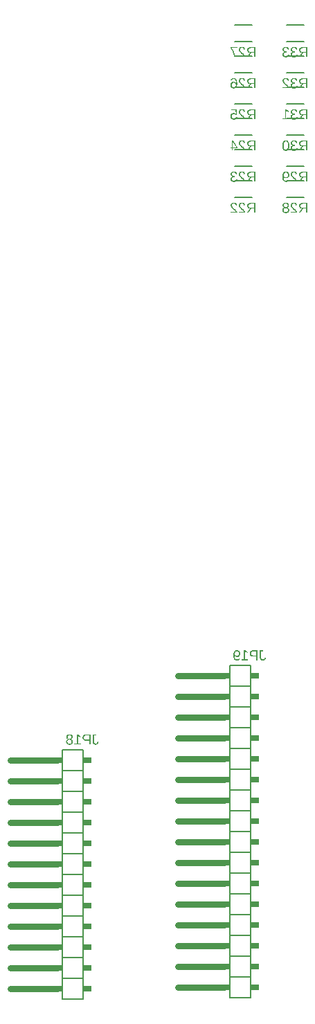
<source format=gbr>
G04 EAGLE Gerber RS-274X export*
G75*
%MOMM*%
%FSLAX34Y34*%
%LPD*%
%INSilkscreen Bottom*%
%IPPOS*%
%AMOC8*
5,1,8,0,0,1.08239X$1,22.5*%
G01*
G04 Define Apertures*
%ADD10C,0.152400*%
%ADD11C,0.762000*%
%ADD12R,0.508000X0.762000*%
%ADD13R,1.016000X0.762000*%
%ADD14C,0.127000*%
G36*
X397171Y-146225D02*
X396678Y-146210D01*
X396215Y-146166D01*
X395780Y-146091D01*
X395376Y-145987D01*
X395001Y-145852D01*
X394656Y-145688D01*
X394340Y-145494D01*
X394053Y-145271D01*
X393799Y-145020D01*
X393578Y-144746D01*
X393392Y-144449D01*
X393239Y-144128D01*
X393120Y-143783D01*
X393035Y-143415D01*
X392984Y-143023D01*
X392967Y-142608D01*
X392978Y-142310D01*
X393008Y-142025D01*
X393060Y-141752D01*
X393132Y-141492D01*
X393224Y-141245D01*
X393337Y-141011D01*
X393470Y-140789D01*
X393624Y-140580D01*
X393658Y-140543D01*
X393797Y-140387D01*
X393985Y-140214D01*
X394191Y-140060D01*
X394412Y-139925D01*
X394651Y-139809D01*
X394905Y-139712D01*
X395176Y-139635D01*
X395463Y-139577D01*
X395463Y-139542D01*
X395216Y-139483D01*
X394982Y-139405D01*
X394762Y-139309D01*
X394555Y-139194D01*
X394361Y-139061D01*
X394199Y-138925D01*
X394181Y-138910D01*
X394014Y-138741D01*
X393861Y-138553D01*
X393723Y-138351D01*
X393604Y-138142D01*
X393503Y-137923D01*
X393421Y-137697D01*
X393356Y-137461D01*
X393311Y-137218D01*
X393283Y-136965D01*
X393274Y-136705D01*
X393290Y-136348D01*
X393340Y-136011D01*
X393422Y-135693D01*
X393538Y-135393D01*
X393686Y-135112D01*
X393868Y-134851D01*
X394082Y-134608D01*
X394329Y-134384D01*
X394605Y-134182D01*
X394905Y-134008D01*
X395229Y-133861D01*
X395576Y-133740D01*
X395948Y-133646D01*
X396343Y-133579D01*
X396763Y-133539D01*
X397206Y-133525D01*
X397640Y-133539D01*
X398050Y-133580D01*
X398438Y-133648D01*
X398804Y-133744D01*
X399147Y-133867D01*
X399467Y-134018D01*
X399765Y-134196D01*
X400040Y-134401D01*
X400287Y-134628D01*
X400502Y-134872D01*
X400683Y-135133D01*
X400831Y-135411D01*
X400947Y-135705D01*
X401029Y-136015D01*
X401079Y-136343D01*
X401095Y-136687D01*
X401086Y-136948D01*
X401059Y-137200D01*
X401013Y-137444D01*
X400950Y-137679D01*
X400868Y-137906D01*
X400768Y-138124D01*
X400649Y-138334D01*
X400513Y-138535D01*
X400361Y-138724D01*
X400195Y-138895D01*
X400016Y-139049D01*
X399824Y-139186D01*
X399619Y-139305D01*
X399400Y-139407D01*
X399168Y-139492D01*
X398923Y-139560D01*
X398923Y-139595D01*
X399186Y-139649D01*
X399438Y-139723D01*
X399677Y-139818D01*
X399904Y-139932D01*
X400119Y-140067D01*
X400322Y-140222D01*
X400513Y-140398D01*
X400692Y-140593D01*
X400855Y-140805D01*
X400995Y-141029D01*
X401114Y-141265D01*
X401211Y-141513D01*
X401287Y-141773D01*
X401341Y-142045D01*
X401373Y-142329D01*
X401384Y-142625D01*
X401367Y-143044D01*
X401314Y-143439D01*
X401227Y-143809D01*
X401105Y-144154D01*
X400948Y-144474D01*
X400756Y-144770D01*
X400529Y-145041D01*
X400268Y-145288D01*
X399975Y-145508D01*
X399655Y-145698D01*
X399309Y-145859D01*
X398935Y-145991D01*
X398535Y-146093D01*
X398107Y-146167D01*
X397653Y-146211D01*
X397171Y-146225D01*
G37*
%LPC*%
G36*
X397154Y-145043D02*
X397469Y-145033D01*
X397764Y-145003D01*
X398038Y-144953D01*
X398292Y-144884D01*
X398526Y-144794D01*
X398739Y-144684D01*
X398932Y-144555D01*
X399105Y-144406D01*
X399257Y-144236D01*
X399389Y-144047D01*
X399501Y-143838D01*
X399593Y-143609D01*
X399664Y-143360D01*
X399715Y-143091D01*
X399745Y-142803D01*
X399755Y-142494D01*
X399745Y-142228D01*
X399713Y-141976D01*
X399660Y-141739D01*
X399587Y-141516D01*
X399492Y-141309D01*
X399376Y-141115D01*
X399239Y-140937D01*
X399081Y-140773D01*
X398904Y-140626D01*
X398711Y-140499D01*
X398501Y-140391D01*
X398275Y-140303D01*
X398032Y-140235D01*
X397774Y-140186D01*
X397498Y-140157D01*
X397206Y-140147D01*
X396906Y-140156D01*
X396623Y-140183D01*
X396358Y-140229D01*
X396109Y-140292D01*
X395878Y-140374D01*
X395664Y-140474D01*
X395468Y-140593D01*
X395288Y-140729D01*
X395128Y-140884D01*
X394989Y-141056D01*
X394872Y-141245D01*
X394776Y-141453D01*
X394701Y-141678D01*
X394648Y-141921D01*
X394616Y-142181D01*
X394605Y-142459D01*
X394615Y-142785D01*
X394645Y-143088D01*
X394694Y-143368D01*
X394763Y-143625D01*
X394851Y-143859D01*
X394960Y-144071D01*
X395088Y-144260D01*
X395236Y-144425D01*
X395404Y-144570D01*
X395592Y-144695D01*
X395801Y-144802D01*
X396031Y-144888D01*
X396281Y-144956D01*
X396551Y-145004D01*
X396842Y-145033D01*
X397154Y-145043D01*
G37*
G36*
X397189Y-138964D02*
X397455Y-138956D01*
X397705Y-138930D01*
X397940Y-138886D01*
X398160Y-138825D01*
X398364Y-138747D01*
X398553Y-138652D01*
X398726Y-138539D01*
X398884Y-138408D01*
X399024Y-138261D01*
X399146Y-138099D01*
X399249Y-137920D01*
X399334Y-137726D01*
X399399Y-137516D01*
X399446Y-137291D01*
X399474Y-137049D01*
X399484Y-136792D01*
X399475Y-136540D01*
X399447Y-136303D01*
X399402Y-136083D01*
X399338Y-135879D01*
X399256Y-135691D01*
X399156Y-135520D01*
X399038Y-135364D01*
X398901Y-135224D01*
X398747Y-135101D01*
X398577Y-134995D01*
X398390Y-134904D01*
X398186Y-134830D01*
X397966Y-134773D01*
X397729Y-134732D01*
X397476Y-134707D01*
X397206Y-134699D01*
X396929Y-134707D01*
X396669Y-134732D01*
X396427Y-134773D01*
X396202Y-134830D01*
X395996Y-134903D01*
X395808Y-134993D01*
X395638Y-135100D01*
X395485Y-135222D01*
X395351Y-135361D01*
X395234Y-135517D01*
X395136Y-135688D01*
X395055Y-135876D01*
X394992Y-136081D01*
X394948Y-136302D01*
X394921Y-136539D01*
X394912Y-136792D01*
X394921Y-137069D01*
X394948Y-137326D01*
X394994Y-137563D01*
X395057Y-137781D01*
X395139Y-137978D01*
X395239Y-138156D01*
X395358Y-138314D01*
X395494Y-138452D01*
X395648Y-138572D01*
X395818Y-138676D01*
X396005Y-138764D01*
X396209Y-138836D01*
X396429Y-138892D01*
X396666Y-138932D01*
X396919Y-138956D01*
X397189Y-138964D01*
G37*
%LPD*%
G36*
X422630Y-146050D02*
X420957Y-146050D01*
X420957Y-141242D01*
X417331Y-141242D01*
X416853Y-141225D01*
X416401Y-141177D01*
X415975Y-141096D01*
X415574Y-140983D01*
X415198Y-140838D01*
X414849Y-140660D01*
X414525Y-140450D01*
X414226Y-140208D01*
X413958Y-139938D01*
X413726Y-139646D01*
X413530Y-139332D01*
X413369Y-138995D01*
X413244Y-138636D01*
X413154Y-138254D01*
X413101Y-137850D01*
X413083Y-137423D01*
X413101Y-136993D01*
X413154Y-136588D01*
X413243Y-136208D01*
X413368Y-135853D01*
X413528Y-135523D01*
X413724Y-135217D01*
X413955Y-134937D01*
X414222Y-134681D01*
X414521Y-134454D01*
X414850Y-134256D01*
X415207Y-134089D01*
X415595Y-133952D01*
X416011Y-133846D01*
X416457Y-133770D01*
X416932Y-133724D01*
X417436Y-133709D01*
X422630Y-133709D01*
X422630Y-146050D01*
G37*
%LPC*%
G36*
X420957Y-139919D02*
X420957Y-135049D01*
X417637Y-135049D01*
X417290Y-135059D01*
X416964Y-135087D01*
X416661Y-135133D01*
X416381Y-135199D01*
X416123Y-135283D01*
X415887Y-135386D01*
X415674Y-135507D01*
X415483Y-135647D01*
X415315Y-135806D01*
X415169Y-135983D01*
X415045Y-136179D01*
X414944Y-136394D01*
X414866Y-136628D01*
X414810Y-136880D01*
X414776Y-137151D01*
X414765Y-137440D01*
X414776Y-137741D01*
X414808Y-138021D01*
X414863Y-138283D01*
X414940Y-138525D01*
X415038Y-138747D01*
X415159Y-138951D01*
X415301Y-139135D01*
X415465Y-139299D01*
X415651Y-139445D01*
X415859Y-139570D01*
X416089Y-139677D01*
X416341Y-139764D01*
X416615Y-139832D01*
X416911Y-139880D01*
X417228Y-139909D01*
X417567Y-139919D01*
X420957Y-139919D01*
G37*
%LPD*%
G36*
X410797Y-146050D02*
X403064Y-146050D01*
X403064Y-144710D01*
X406068Y-144710D01*
X406068Y-133709D01*
X407522Y-133709D01*
X410438Y-135715D01*
X410438Y-137204D01*
X407653Y-135216D01*
X407653Y-144710D01*
X410797Y-144710D01*
X410797Y-146050D01*
G37*
G36*
X429067Y-146225D02*
X428656Y-146209D01*
X428267Y-146161D01*
X427901Y-146080D01*
X427557Y-145968D01*
X427235Y-145823D01*
X426936Y-145646D01*
X426659Y-145437D01*
X426405Y-145196D01*
X426177Y-144927D01*
X425979Y-144634D01*
X425812Y-144316D01*
X425676Y-143975D01*
X425569Y-143610D01*
X425493Y-143221D01*
X425448Y-142808D01*
X425433Y-142371D01*
X425433Y-133709D01*
X429470Y-133709D01*
X429470Y-135076D01*
X427097Y-135076D01*
X427097Y-142406D01*
X427105Y-142700D01*
X427130Y-142974D01*
X427171Y-143231D01*
X427228Y-143470D01*
X427302Y-143690D01*
X427392Y-143892D01*
X427499Y-144076D01*
X427622Y-144241D01*
X427760Y-144388D01*
X427909Y-144515D01*
X428071Y-144623D01*
X428244Y-144711D01*
X428430Y-144780D01*
X428627Y-144828D01*
X428837Y-144858D01*
X429059Y-144868D01*
X429262Y-144859D01*
X429457Y-144832D01*
X429643Y-144788D01*
X429821Y-144725D01*
X429989Y-144645D01*
X430149Y-144547D01*
X430300Y-144432D01*
X430442Y-144298D01*
X430574Y-144149D01*
X430694Y-143986D01*
X430801Y-143809D01*
X430896Y-143617D01*
X430978Y-143412D01*
X431048Y-143193D01*
X431106Y-142960D01*
X431152Y-142713D01*
X432790Y-142985D01*
X432706Y-143377D01*
X432603Y-143744D01*
X432480Y-144086D01*
X432337Y-144402D01*
X432174Y-144693D01*
X431991Y-144959D01*
X431788Y-145200D01*
X431566Y-145415D01*
X431323Y-145605D01*
X431061Y-145769D01*
X430778Y-145909D01*
X430476Y-146023D01*
X430154Y-146111D01*
X429811Y-146175D01*
X429449Y-146213D01*
X429067Y-146225D01*
G37*
G36*
X627100Y-43180D02*
X625427Y-43180D01*
X625427Y-38372D01*
X621801Y-38372D01*
X621323Y-38355D01*
X620871Y-38307D01*
X620445Y-38226D01*
X620044Y-38113D01*
X619668Y-37968D01*
X619319Y-37790D01*
X618995Y-37580D01*
X618696Y-37338D01*
X618428Y-37068D01*
X618196Y-36776D01*
X618000Y-36462D01*
X617839Y-36125D01*
X617714Y-35766D01*
X617624Y-35384D01*
X617571Y-34980D01*
X617553Y-34553D01*
X617571Y-34123D01*
X617624Y-33718D01*
X617713Y-33338D01*
X617838Y-32983D01*
X617998Y-32653D01*
X618194Y-32347D01*
X618425Y-32067D01*
X618692Y-31811D01*
X618991Y-31584D01*
X619320Y-31386D01*
X619677Y-31219D01*
X620065Y-31082D01*
X620481Y-30976D01*
X620927Y-30900D01*
X621402Y-30854D01*
X621906Y-30839D01*
X627100Y-30839D01*
X627100Y-43180D01*
G37*
%LPC*%
G36*
X625427Y-37049D02*
X625427Y-32179D01*
X622107Y-32179D01*
X621760Y-32189D01*
X621434Y-32217D01*
X621131Y-32263D01*
X620851Y-32329D01*
X620593Y-32413D01*
X620357Y-32516D01*
X620144Y-32637D01*
X619953Y-32777D01*
X619785Y-32936D01*
X619639Y-33113D01*
X619515Y-33309D01*
X619414Y-33524D01*
X619336Y-33758D01*
X619280Y-34010D01*
X619246Y-34281D01*
X619235Y-34570D01*
X619246Y-34871D01*
X619278Y-35151D01*
X619333Y-35413D01*
X619410Y-35655D01*
X619508Y-35877D01*
X619629Y-36081D01*
X619771Y-36265D01*
X619935Y-36429D01*
X620121Y-36575D01*
X620329Y-36700D01*
X620559Y-36807D01*
X620811Y-36894D01*
X621085Y-36962D01*
X621381Y-37010D01*
X621698Y-37039D01*
X622037Y-37049D01*
X625427Y-37049D01*
G37*
%LPD*%
G36*
X601974Y-43355D02*
X601710Y-43348D01*
X601453Y-43328D01*
X601204Y-43295D01*
X600963Y-43248D01*
X600729Y-43188D01*
X600503Y-43115D01*
X600075Y-42928D01*
X599677Y-42688D01*
X599310Y-42394D01*
X598973Y-42048D01*
X598668Y-41647D01*
X598396Y-41197D01*
X598160Y-40701D01*
X597961Y-40159D01*
X597798Y-39572D01*
X597671Y-38938D01*
X597580Y-38258D01*
X597526Y-37532D01*
X597507Y-36760D01*
X597524Y-36020D01*
X597574Y-35327D01*
X597656Y-34683D01*
X597772Y-34086D01*
X597921Y-33538D01*
X598104Y-33037D01*
X598319Y-32584D01*
X598567Y-32179D01*
X598848Y-31822D01*
X599159Y-31513D01*
X599502Y-31251D01*
X599877Y-31036D01*
X600282Y-30870D01*
X600718Y-30751D01*
X601186Y-30679D01*
X601432Y-30661D01*
X601685Y-30655D01*
X602156Y-30673D01*
X602600Y-30725D01*
X603017Y-30811D01*
X603408Y-30932D01*
X603773Y-31088D01*
X604111Y-31279D01*
X604422Y-31504D01*
X604707Y-31763D01*
X604961Y-32053D01*
X605182Y-32369D01*
X605369Y-32711D01*
X605521Y-33078D01*
X605640Y-33472D01*
X605725Y-33891D01*
X605776Y-34336D01*
X605793Y-34807D01*
X605777Y-35266D01*
X605731Y-35702D01*
X605653Y-36114D01*
X605543Y-36504D01*
X605403Y-36870D01*
X605231Y-37213D01*
X605029Y-37532D01*
X604794Y-37829D01*
X604534Y-38095D01*
X604254Y-38327D01*
X603952Y-38522D01*
X603630Y-38683D01*
X603286Y-38807D01*
X602922Y-38896D01*
X602538Y-38949D01*
X602132Y-38967D01*
X601880Y-38960D01*
X601634Y-38937D01*
X601393Y-38900D01*
X601158Y-38848D01*
X600927Y-38781D01*
X600702Y-38699D01*
X600481Y-38602D01*
X600266Y-38490D01*
X600062Y-38366D01*
X599873Y-38232D01*
X599699Y-38088D01*
X599542Y-37935D01*
X599399Y-37772D01*
X599273Y-37599D01*
X599162Y-37416D01*
X599066Y-37224D01*
X599086Y-37792D01*
X599128Y-38326D01*
X599192Y-38827D01*
X599279Y-39293D01*
X599387Y-39727D01*
X599518Y-40126D01*
X599671Y-40492D01*
X599846Y-40824D01*
X600042Y-41120D01*
X600256Y-41376D01*
X600490Y-41593D01*
X600744Y-41770D01*
X601016Y-41908D01*
X601307Y-42006D01*
X601618Y-42066D01*
X601948Y-42085D01*
X602145Y-42079D01*
X602333Y-42061D01*
X602683Y-41989D01*
X602997Y-41868D01*
X603275Y-41700D01*
X603518Y-41483D01*
X603725Y-41218D01*
X603896Y-40905D01*
X604032Y-40544D01*
X605539Y-40780D01*
X605437Y-41108D01*
X605320Y-41412D01*
X605187Y-41693D01*
X605039Y-41951D01*
X604875Y-42185D01*
X604696Y-42395D01*
X604501Y-42583D01*
X604291Y-42746D01*
X604064Y-42889D01*
X603819Y-43013D01*
X603557Y-43117D01*
X603276Y-43203D01*
X602977Y-43270D01*
X602661Y-43317D01*
X602327Y-43346D01*
X601974Y-43355D01*
G37*
%LPC*%
G36*
X601755Y-37723D02*
X602028Y-37711D01*
X602287Y-37674D01*
X602531Y-37613D01*
X602760Y-37527D01*
X602975Y-37417D01*
X603176Y-37283D01*
X603362Y-37123D01*
X603533Y-36940D01*
X603687Y-36735D01*
X603821Y-36512D01*
X603934Y-36272D01*
X604026Y-36014D01*
X604098Y-35739D01*
X604149Y-35446D01*
X604180Y-35135D01*
X604190Y-34807D01*
X604180Y-34485D01*
X604149Y-34180D01*
X604098Y-33892D01*
X604026Y-33621D01*
X603934Y-33368D01*
X603821Y-33131D01*
X603687Y-32912D01*
X603533Y-32709D01*
X603362Y-32528D01*
X603175Y-32370D01*
X602973Y-32237D01*
X602756Y-32128D01*
X602524Y-32043D01*
X602277Y-31983D01*
X602015Y-31946D01*
X601738Y-31934D01*
X601458Y-31948D01*
X601193Y-31991D01*
X600943Y-32062D01*
X600706Y-32161D01*
X600485Y-32288D01*
X600278Y-32444D01*
X600085Y-32628D01*
X599907Y-32841D01*
X599747Y-33076D01*
X599608Y-33330D01*
X599491Y-33602D01*
X599395Y-33893D01*
X599320Y-34201D01*
X599267Y-34528D01*
X599235Y-34873D01*
X599224Y-35236D01*
X599245Y-35590D01*
X599308Y-35924D01*
X599414Y-36238D01*
X599561Y-36532D01*
X599745Y-36801D01*
X599961Y-37037D01*
X600207Y-37241D01*
X600485Y-37413D01*
X600785Y-37549D01*
X601096Y-37646D01*
X601420Y-37704D01*
X601755Y-37723D01*
G37*
%LPD*%
G36*
X615267Y-43180D02*
X607534Y-43180D01*
X607534Y-41840D01*
X610538Y-41840D01*
X610538Y-30839D01*
X611992Y-30839D01*
X614908Y-32845D01*
X614908Y-34334D01*
X612123Y-32346D01*
X612123Y-41840D01*
X615267Y-41840D01*
X615267Y-43180D01*
G37*
G36*
X633537Y-43355D02*
X633126Y-43339D01*
X632737Y-43291D01*
X632371Y-43210D01*
X632027Y-43098D01*
X631705Y-42953D01*
X631406Y-42776D01*
X631129Y-42567D01*
X630875Y-42326D01*
X630647Y-42057D01*
X630449Y-41764D01*
X630282Y-41446D01*
X630146Y-41105D01*
X630039Y-40740D01*
X629963Y-40351D01*
X629918Y-39938D01*
X629903Y-39501D01*
X629903Y-30839D01*
X633940Y-30839D01*
X633940Y-32206D01*
X631567Y-32206D01*
X631567Y-39536D01*
X631575Y-39830D01*
X631600Y-40104D01*
X631641Y-40361D01*
X631698Y-40600D01*
X631772Y-40820D01*
X631862Y-41022D01*
X631969Y-41206D01*
X632092Y-41371D01*
X632230Y-41518D01*
X632379Y-41645D01*
X632541Y-41753D01*
X632714Y-41841D01*
X632900Y-41910D01*
X633097Y-41958D01*
X633307Y-41988D01*
X633529Y-41998D01*
X633732Y-41989D01*
X633927Y-41962D01*
X634113Y-41918D01*
X634291Y-41855D01*
X634459Y-41775D01*
X634619Y-41677D01*
X634770Y-41562D01*
X634912Y-41428D01*
X635044Y-41279D01*
X635164Y-41116D01*
X635271Y-40939D01*
X635366Y-40747D01*
X635448Y-40542D01*
X635518Y-40323D01*
X635576Y-40090D01*
X635622Y-39843D01*
X637260Y-40115D01*
X637176Y-40507D01*
X637073Y-40874D01*
X636950Y-41216D01*
X636807Y-41532D01*
X636644Y-41823D01*
X636461Y-42089D01*
X636258Y-42330D01*
X636036Y-42545D01*
X635793Y-42735D01*
X635531Y-42899D01*
X635248Y-43039D01*
X634946Y-43153D01*
X634624Y-43241D01*
X634281Y-43305D01*
X633919Y-43343D01*
X633537Y-43355D01*
G37*
G36*
X615857Y504109D02*
X613931Y504109D01*
X615943Y507162D01*
X617434Y509425D01*
X617091Y509498D01*
X616767Y509591D01*
X616462Y509707D01*
X616176Y509844D01*
X616020Y509936D01*
X615909Y510002D01*
X615661Y510183D01*
X615432Y510384D01*
X615222Y510608D01*
X615035Y510849D01*
X614872Y511104D01*
X614734Y511372D01*
X614621Y511654D01*
X614534Y511950D01*
X614471Y512260D01*
X614434Y512583D01*
X614421Y512920D01*
X614439Y513325D01*
X614492Y513706D01*
X614581Y514065D01*
X614705Y514401D01*
X614864Y514715D01*
X615059Y515005D01*
X615289Y515272D01*
X615555Y515517D01*
X615854Y515736D01*
X616182Y515925D01*
X616540Y516085D01*
X616927Y516217D01*
X617344Y516319D01*
X617791Y516391D01*
X618268Y516435D01*
X618774Y516450D01*
X624581Y516450D01*
X624581Y504109D01*
X622908Y504109D01*
X622908Y509233D01*
X619063Y509233D01*
X615857Y504109D01*
G37*
%LPC*%
G36*
X622908Y510555D02*
X622908Y515110D01*
X618940Y515110D01*
X618607Y515101D01*
X618293Y515074D01*
X618000Y515030D01*
X617726Y514969D01*
X617473Y514889D01*
X617240Y514792D01*
X617027Y514677D01*
X616834Y514545D01*
X616663Y514396D01*
X616514Y514230D01*
X616388Y514049D01*
X616286Y513852D01*
X616206Y513639D01*
X616148Y513409D01*
X616114Y513164D01*
X616103Y512903D01*
X616114Y512632D01*
X616148Y512377D01*
X616204Y512138D01*
X616283Y511914D01*
X616385Y511705D01*
X616509Y511512D01*
X616656Y511335D01*
X616825Y511173D01*
X617015Y511028D01*
X617224Y510903D01*
X617452Y510796D01*
X617698Y510710D01*
X617963Y510642D01*
X618247Y510594D01*
X618549Y510565D01*
X618870Y510555D01*
X622908Y510555D01*
G37*
%LPD*%
G36*
X602244Y504109D02*
X594072Y504109D01*
X594072Y505449D01*
X600510Y505449D01*
X600358Y505759D01*
X600164Y506074D01*
X599928Y506396D01*
X599651Y506723D01*
X599328Y507064D01*
X598953Y507425D01*
X598527Y507806D01*
X598049Y508208D01*
X597207Y508904D01*
X596514Y509502D01*
X595968Y510003D01*
X595570Y510406D01*
X595266Y510761D01*
X595002Y511116D01*
X594778Y511471D01*
X594593Y511825D01*
X594450Y512181D01*
X594347Y512537D01*
X594286Y512894D01*
X594265Y513253D01*
X594281Y513646D01*
X594328Y514017D01*
X594406Y514364D01*
X594516Y514688D01*
X594657Y514989D01*
X594829Y515267D01*
X595033Y515522D01*
X595268Y515753D01*
X595532Y515960D01*
X595823Y516139D01*
X596141Y516290D01*
X596486Y516414D01*
X596858Y516510D01*
X597257Y516579D01*
X597683Y516620D01*
X598136Y516634D01*
X598551Y516620D01*
X598947Y516579D01*
X599324Y516511D01*
X599681Y516415D01*
X600019Y516292D01*
X600338Y516141D01*
X600637Y515963D01*
X600917Y515758D01*
X601173Y515529D01*
X601401Y515282D01*
X601601Y515016D01*
X601772Y514731D01*
X601915Y514427D01*
X602030Y514104D01*
X602116Y513762D01*
X602174Y513402D01*
X600562Y513253D01*
X600526Y513493D01*
X600472Y513720D01*
X600401Y513933D01*
X600314Y514132D01*
X600210Y514317D01*
X600089Y514489D01*
X599951Y514646D01*
X599796Y514790D01*
X599627Y514918D01*
X599448Y515030D01*
X599257Y515124D01*
X599055Y515201D01*
X598842Y515260D01*
X598618Y515303D01*
X598383Y515329D01*
X598136Y515337D01*
X597879Y515329D01*
X597635Y515302D01*
X597407Y515259D01*
X597193Y515197D01*
X596993Y515118D01*
X596808Y515022D01*
X596637Y514908D01*
X596481Y514777D01*
X596341Y514630D01*
X596220Y514468D01*
X596118Y514292D01*
X596034Y514102D01*
X595969Y513898D01*
X595923Y513680D01*
X595895Y513447D01*
X595885Y513200D01*
X595907Y512834D01*
X595972Y512487D01*
X596080Y512159D01*
X596231Y511852D01*
X596418Y511557D01*
X596631Y511269D01*
X596871Y510988D01*
X597138Y510713D01*
X597732Y510170D01*
X598395Y509627D01*
X599094Y509061D01*
X599800Y508449D01*
X600151Y508122D01*
X600493Y507777D01*
X600828Y507413D01*
X601154Y507030D01*
X601463Y506623D01*
X601748Y506186D01*
X602008Y505719D01*
X602244Y505221D01*
X602244Y504109D01*
G37*
G36*
X612213Y504109D02*
X604041Y504109D01*
X604041Y505449D01*
X610479Y505449D01*
X610326Y505759D01*
X610133Y506074D01*
X609897Y506396D01*
X609620Y506723D01*
X609297Y507064D01*
X608922Y507425D01*
X608495Y507806D01*
X608017Y508208D01*
X607176Y508904D01*
X606482Y509502D01*
X605937Y510003D01*
X605539Y510406D01*
X605235Y510761D01*
X604971Y511116D01*
X604746Y511471D01*
X604562Y511825D01*
X604418Y512181D01*
X604316Y512537D01*
X604254Y512894D01*
X604234Y513253D01*
X604249Y513646D01*
X604296Y514017D01*
X604375Y514364D01*
X604484Y514688D01*
X604625Y514989D01*
X604798Y515267D01*
X605002Y515522D01*
X605237Y515753D01*
X605501Y515960D01*
X605792Y516139D01*
X606110Y516290D01*
X606455Y516414D01*
X606827Y516510D01*
X607226Y516579D01*
X607652Y516620D01*
X608105Y516634D01*
X608520Y516620D01*
X608916Y516579D01*
X609293Y516511D01*
X609650Y516415D01*
X609988Y516292D01*
X610306Y516141D01*
X610606Y515963D01*
X610886Y515758D01*
X611142Y515529D01*
X611370Y515282D01*
X611570Y515016D01*
X611741Y514731D01*
X611884Y514427D01*
X611998Y514104D01*
X612085Y513762D01*
X612143Y513402D01*
X610531Y513253D01*
X610494Y513493D01*
X610441Y513720D01*
X610370Y513933D01*
X610283Y514132D01*
X610178Y514317D01*
X610057Y514489D01*
X609919Y514646D01*
X609765Y514790D01*
X609596Y514918D01*
X609416Y515030D01*
X609225Y515124D01*
X609024Y515201D01*
X608811Y515260D01*
X608586Y515303D01*
X608351Y515329D01*
X608105Y515337D01*
X607847Y515329D01*
X607604Y515302D01*
X607375Y515259D01*
X607161Y515197D01*
X606962Y515118D01*
X606776Y515022D01*
X606606Y514908D01*
X606450Y514777D01*
X606310Y514630D01*
X606189Y514468D01*
X606087Y514292D01*
X606003Y514102D01*
X605938Y513898D01*
X605891Y513680D01*
X605863Y513447D01*
X605854Y513200D01*
X605876Y512834D01*
X605941Y512487D01*
X606049Y512159D01*
X606200Y511852D01*
X606386Y511557D01*
X606600Y511269D01*
X606840Y510988D01*
X607107Y510713D01*
X607701Y510170D01*
X608363Y509627D01*
X609063Y509061D01*
X609769Y508449D01*
X610120Y508122D01*
X610462Y507777D01*
X610796Y507413D01*
X611122Y507030D01*
X611432Y506623D01*
X611717Y506186D01*
X611977Y505719D01*
X612213Y505221D01*
X612213Y504109D01*
G37*
G36*
X615857Y542209D02*
X613931Y542209D01*
X615943Y545262D01*
X617434Y547525D01*
X617091Y547598D01*
X616767Y547691D01*
X616462Y547807D01*
X616176Y547944D01*
X616020Y548036D01*
X615909Y548102D01*
X615661Y548283D01*
X615432Y548484D01*
X615222Y548708D01*
X615035Y548949D01*
X614872Y549204D01*
X614734Y549472D01*
X614621Y549754D01*
X614534Y550050D01*
X614471Y550360D01*
X614434Y550683D01*
X614421Y551020D01*
X614439Y551425D01*
X614492Y551806D01*
X614581Y552165D01*
X614705Y552501D01*
X614864Y552815D01*
X615059Y553105D01*
X615289Y553372D01*
X615555Y553617D01*
X615854Y553836D01*
X616182Y554025D01*
X616540Y554185D01*
X616927Y554317D01*
X617344Y554419D01*
X617791Y554491D01*
X618268Y554535D01*
X618774Y554550D01*
X624581Y554550D01*
X624581Y542209D01*
X622908Y542209D01*
X622908Y547333D01*
X619063Y547333D01*
X615857Y542209D01*
G37*
%LPC*%
G36*
X622908Y548655D02*
X622908Y553210D01*
X618940Y553210D01*
X618607Y553201D01*
X618293Y553174D01*
X618000Y553130D01*
X617726Y553069D01*
X617473Y552989D01*
X617240Y552892D01*
X617027Y552777D01*
X616834Y552645D01*
X616663Y552496D01*
X616514Y552330D01*
X616388Y552149D01*
X616286Y551952D01*
X616206Y551739D01*
X616148Y551509D01*
X616114Y551264D01*
X616103Y551003D01*
X616114Y550732D01*
X616148Y550477D01*
X616204Y550238D01*
X616283Y550014D01*
X616385Y549805D01*
X616509Y549612D01*
X616656Y549435D01*
X616825Y549273D01*
X617015Y549128D01*
X617224Y549003D01*
X617452Y548896D01*
X617698Y548810D01*
X617963Y548742D01*
X618247Y548694D01*
X618549Y548665D01*
X618870Y548655D01*
X622908Y548655D01*
G37*
%LPD*%
G36*
X598145Y542034D02*
X597656Y542049D01*
X597196Y542092D01*
X596765Y542166D01*
X596363Y542268D01*
X595990Y542400D01*
X595646Y542561D01*
X595331Y542751D01*
X595045Y542971D01*
X594790Y543217D01*
X594569Y543488D01*
X594383Y543782D01*
X594230Y544101D01*
X594111Y544444D01*
X594026Y544810D01*
X593975Y545201D01*
X593958Y545616D01*
X593970Y545905D01*
X594007Y546182D01*
X594067Y546446D01*
X594151Y546698D01*
X594260Y546937D01*
X594392Y547163D01*
X594549Y547377D01*
X594729Y547578D01*
X594931Y547763D01*
X595153Y547928D01*
X595393Y548074D01*
X595653Y548200D01*
X595932Y548306D01*
X596230Y548393D01*
X596547Y548459D01*
X596884Y548506D01*
X596884Y548541D01*
X596578Y548615D01*
X596291Y548703D01*
X596022Y548806D01*
X595773Y548924D01*
X595542Y549056D01*
X595329Y549204D01*
X595136Y549367D01*
X594961Y549544D01*
X594806Y549736D01*
X594672Y549942D01*
X594558Y550162D01*
X594465Y550395D01*
X594393Y550642D01*
X594341Y550903D01*
X594310Y551178D01*
X594300Y551467D01*
X594316Y551842D01*
X594364Y552195D01*
X594445Y552527D01*
X594557Y552839D01*
X594702Y553129D01*
X594879Y553397D01*
X595088Y553645D01*
X595329Y553871D01*
X595599Y554073D01*
X595895Y554248D01*
X596217Y554397D01*
X596565Y554518D01*
X596939Y554612D01*
X597338Y554680D01*
X597764Y554720D01*
X598215Y554734D01*
X598630Y554720D01*
X599026Y554681D01*
X599403Y554614D01*
X599760Y554521D01*
X600098Y554402D01*
X600417Y554256D01*
X600716Y554083D01*
X600996Y553884D01*
X601252Y553661D01*
X601480Y553418D01*
X601680Y553153D01*
X601851Y552868D01*
X601994Y552562D01*
X602109Y552235D01*
X602195Y551888D01*
X602253Y551519D01*
X600667Y551397D01*
X600633Y551633D01*
X600581Y551855D01*
X600513Y552064D01*
X600428Y552259D01*
X600326Y552441D01*
X600207Y552609D01*
X600071Y552763D01*
X599919Y552903D01*
X599751Y553028D01*
X599572Y553137D01*
X599380Y553229D01*
X599175Y553304D01*
X598958Y553362D01*
X598729Y553404D01*
X598487Y553429D01*
X598233Y553437D01*
X597955Y553428D01*
X597694Y553402D01*
X597452Y553357D01*
X597226Y553294D01*
X597019Y553213D01*
X596829Y553115D01*
X596657Y552998D01*
X596503Y552864D01*
X596366Y552714D01*
X596248Y552551D01*
X596148Y552375D01*
X596066Y552186D01*
X596002Y551984D01*
X595957Y551769D01*
X595929Y551541D01*
X595920Y551300D01*
X595932Y551058D01*
X595965Y550828D01*
X596021Y550612D01*
X596099Y550410D01*
X596199Y550222D01*
X596322Y550047D01*
X596467Y549885D01*
X596634Y549737D01*
X596822Y549605D01*
X597027Y549490D01*
X597251Y549393D01*
X597494Y549313D01*
X597754Y549251D01*
X598033Y549207D01*
X598329Y549181D01*
X598644Y549172D01*
X599503Y549172D01*
X599503Y547806D01*
X598609Y547806D01*
X598254Y547797D01*
X597921Y547770D01*
X597609Y547726D01*
X597318Y547664D01*
X597049Y547585D01*
X596802Y547488D01*
X596576Y547373D01*
X596371Y547241D01*
X596190Y547093D01*
X596032Y546931D01*
X595899Y546755D01*
X595790Y546565D01*
X595705Y546362D01*
X595645Y546145D01*
X595608Y545914D01*
X595596Y545669D01*
X595607Y545388D01*
X595639Y545126D01*
X595692Y544882D01*
X595766Y544655D01*
X595861Y544446D01*
X595978Y544255D01*
X596116Y544081D01*
X596275Y543926D01*
X596453Y543788D01*
X596646Y543669D01*
X596856Y543568D01*
X597082Y543486D01*
X597324Y543421D01*
X597581Y543376D01*
X597855Y543348D01*
X598145Y543339D01*
X598434Y543347D01*
X598706Y543373D01*
X598963Y543416D01*
X599203Y543476D01*
X599428Y543553D01*
X599636Y543647D01*
X599828Y543758D01*
X600004Y543886D01*
X600164Y544032D01*
X600308Y544194D01*
X600436Y544374D01*
X600548Y544571D01*
X600643Y544784D01*
X600723Y545015D01*
X600786Y545263D01*
X600834Y545528D01*
X602463Y545380D01*
X602396Y544978D01*
X602301Y544603D01*
X602178Y544252D01*
X602026Y543927D01*
X601846Y543627D01*
X601638Y543352D01*
X601401Y543103D01*
X601136Y542879D01*
X600845Y542681D01*
X600530Y542509D01*
X600192Y542364D01*
X599830Y542245D01*
X599444Y542153D01*
X599035Y542087D01*
X598602Y542047D01*
X598145Y542034D01*
G37*
G36*
X612213Y542209D02*
X604041Y542209D01*
X604041Y543549D01*
X610479Y543549D01*
X610326Y543859D01*
X610133Y544174D01*
X609897Y544496D01*
X609620Y544823D01*
X609297Y545164D01*
X608922Y545525D01*
X608495Y545906D01*
X608017Y546308D01*
X607176Y547004D01*
X606482Y547602D01*
X605937Y548103D01*
X605539Y548506D01*
X605235Y548861D01*
X604971Y549216D01*
X604746Y549571D01*
X604562Y549925D01*
X604418Y550281D01*
X604316Y550637D01*
X604254Y550994D01*
X604234Y551353D01*
X604249Y551746D01*
X604296Y552117D01*
X604375Y552464D01*
X604484Y552788D01*
X604625Y553089D01*
X604798Y553367D01*
X605002Y553622D01*
X605237Y553853D01*
X605501Y554060D01*
X605792Y554239D01*
X606110Y554390D01*
X606455Y554514D01*
X606827Y554610D01*
X607226Y554679D01*
X607652Y554720D01*
X608105Y554734D01*
X608520Y554720D01*
X608916Y554679D01*
X609293Y554611D01*
X609650Y554515D01*
X609988Y554392D01*
X610306Y554241D01*
X610606Y554063D01*
X610886Y553858D01*
X611142Y553629D01*
X611370Y553382D01*
X611570Y553116D01*
X611741Y552831D01*
X611884Y552527D01*
X611998Y552204D01*
X612085Y551862D01*
X612143Y551502D01*
X610531Y551353D01*
X610494Y551593D01*
X610441Y551820D01*
X610370Y552033D01*
X610283Y552232D01*
X610178Y552417D01*
X610057Y552589D01*
X609919Y552746D01*
X609765Y552890D01*
X609596Y553018D01*
X609416Y553130D01*
X609225Y553224D01*
X609024Y553301D01*
X608811Y553360D01*
X608586Y553403D01*
X608351Y553429D01*
X608105Y553437D01*
X607847Y553429D01*
X607604Y553402D01*
X607375Y553359D01*
X607161Y553297D01*
X606962Y553218D01*
X606776Y553122D01*
X606606Y553008D01*
X606450Y552877D01*
X606310Y552730D01*
X606189Y552568D01*
X606087Y552392D01*
X606003Y552202D01*
X605938Y551998D01*
X605891Y551780D01*
X605863Y551547D01*
X605854Y551300D01*
X605876Y550934D01*
X605941Y550587D01*
X606049Y550259D01*
X606200Y549952D01*
X606386Y549657D01*
X606600Y549369D01*
X606840Y549088D01*
X607107Y548813D01*
X607701Y548270D01*
X608363Y547727D01*
X609063Y547161D01*
X609769Y546549D01*
X610120Y546222D01*
X610462Y545877D01*
X610796Y545513D01*
X611122Y545130D01*
X611432Y544723D01*
X611717Y544286D01*
X611977Y543819D01*
X612213Y543321D01*
X612213Y542209D01*
G37*
G36*
X615857Y580309D02*
X613931Y580309D01*
X615943Y583362D01*
X617434Y585625D01*
X617091Y585698D01*
X616767Y585791D01*
X616462Y585907D01*
X616176Y586044D01*
X616020Y586136D01*
X615909Y586202D01*
X615661Y586383D01*
X615432Y586584D01*
X615222Y586808D01*
X615035Y587049D01*
X614872Y587304D01*
X614734Y587572D01*
X614621Y587854D01*
X614534Y588150D01*
X614471Y588460D01*
X614434Y588783D01*
X614421Y589120D01*
X614439Y589525D01*
X614492Y589906D01*
X614581Y590265D01*
X614705Y590601D01*
X614864Y590915D01*
X615059Y591205D01*
X615289Y591472D01*
X615555Y591717D01*
X615854Y591936D01*
X616182Y592125D01*
X616540Y592285D01*
X616927Y592417D01*
X617344Y592519D01*
X617791Y592591D01*
X618268Y592635D01*
X618774Y592650D01*
X624581Y592650D01*
X624581Y580309D01*
X622908Y580309D01*
X622908Y585433D01*
X619063Y585433D01*
X615857Y580309D01*
G37*
%LPC*%
G36*
X622908Y586755D02*
X622908Y591310D01*
X618940Y591310D01*
X618607Y591301D01*
X618293Y591274D01*
X618000Y591230D01*
X617726Y591169D01*
X617473Y591089D01*
X617240Y590992D01*
X617027Y590877D01*
X616834Y590745D01*
X616663Y590596D01*
X616514Y590430D01*
X616388Y590249D01*
X616286Y590052D01*
X616206Y589839D01*
X616148Y589609D01*
X616114Y589364D01*
X616103Y589103D01*
X616114Y588832D01*
X616148Y588577D01*
X616204Y588338D01*
X616283Y588114D01*
X616385Y587905D01*
X616509Y587712D01*
X616656Y587535D01*
X616825Y587373D01*
X617015Y587228D01*
X617224Y587103D01*
X617452Y586996D01*
X617698Y586910D01*
X617963Y586842D01*
X618247Y586794D01*
X618549Y586765D01*
X618870Y586755D01*
X622908Y586755D01*
G37*
%LPD*%
G36*
X596919Y580309D02*
X595430Y580309D01*
X595430Y583103D01*
X593696Y583103D01*
X593696Y584347D01*
X595430Y584347D01*
X595430Y592650D01*
X597085Y592650D01*
X602735Y584329D01*
X602735Y583103D01*
X596919Y583103D01*
X596919Y580309D01*
G37*
%LPC*%
G36*
X601281Y584347D02*
X601140Y584522D01*
X600667Y585170D01*
X597506Y589830D01*
X597164Y590408D01*
X596919Y590872D01*
X596919Y584347D01*
X601281Y584347D01*
G37*
%LPD*%
G36*
X612213Y580309D02*
X604041Y580309D01*
X604041Y581649D01*
X610479Y581649D01*
X610326Y581959D01*
X610133Y582274D01*
X609897Y582596D01*
X609620Y582923D01*
X609297Y583264D01*
X608922Y583625D01*
X608495Y584006D01*
X608017Y584408D01*
X607176Y585104D01*
X606482Y585702D01*
X605937Y586203D01*
X605539Y586606D01*
X605235Y586961D01*
X604971Y587316D01*
X604746Y587671D01*
X604562Y588025D01*
X604418Y588381D01*
X604316Y588737D01*
X604254Y589094D01*
X604234Y589453D01*
X604249Y589846D01*
X604296Y590217D01*
X604375Y590564D01*
X604484Y590888D01*
X604625Y591189D01*
X604798Y591467D01*
X605002Y591722D01*
X605237Y591953D01*
X605501Y592160D01*
X605792Y592339D01*
X606110Y592490D01*
X606455Y592614D01*
X606827Y592710D01*
X607226Y592779D01*
X607652Y592820D01*
X608105Y592834D01*
X608520Y592820D01*
X608916Y592779D01*
X609293Y592711D01*
X609650Y592615D01*
X609988Y592492D01*
X610306Y592341D01*
X610606Y592163D01*
X610886Y591958D01*
X611142Y591729D01*
X611370Y591482D01*
X611570Y591216D01*
X611741Y590931D01*
X611884Y590627D01*
X611998Y590304D01*
X612085Y589962D01*
X612143Y589602D01*
X610531Y589453D01*
X610494Y589693D01*
X610441Y589920D01*
X610370Y590133D01*
X610283Y590332D01*
X610178Y590517D01*
X610057Y590689D01*
X609919Y590846D01*
X609765Y590990D01*
X609596Y591118D01*
X609416Y591230D01*
X609225Y591324D01*
X609024Y591401D01*
X608811Y591460D01*
X608586Y591503D01*
X608351Y591529D01*
X608105Y591537D01*
X607847Y591529D01*
X607604Y591502D01*
X607375Y591459D01*
X607161Y591397D01*
X606962Y591318D01*
X606776Y591222D01*
X606606Y591108D01*
X606450Y590977D01*
X606310Y590830D01*
X606189Y590668D01*
X606087Y590492D01*
X606003Y590302D01*
X605938Y590098D01*
X605891Y589880D01*
X605863Y589647D01*
X605854Y589400D01*
X605876Y589034D01*
X605941Y588687D01*
X606049Y588359D01*
X606200Y588052D01*
X606386Y587757D01*
X606600Y587469D01*
X606840Y587188D01*
X607107Y586913D01*
X607701Y586370D01*
X608363Y585827D01*
X609063Y585261D01*
X609769Y584649D01*
X610120Y584322D01*
X610462Y583977D01*
X610796Y583613D01*
X611122Y583230D01*
X611432Y582823D01*
X611717Y582386D01*
X611977Y581919D01*
X612213Y581421D01*
X612213Y580309D01*
G37*
G36*
X615857Y618409D02*
X613931Y618409D01*
X615943Y621462D01*
X617434Y623725D01*
X617091Y623798D01*
X616767Y623891D01*
X616462Y624007D01*
X616176Y624144D01*
X616020Y624236D01*
X615909Y624302D01*
X615661Y624483D01*
X615432Y624684D01*
X615222Y624908D01*
X615035Y625149D01*
X614872Y625404D01*
X614734Y625672D01*
X614621Y625954D01*
X614534Y626250D01*
X614471Y626560D01*
X614434Y626883D01*
X614421Y627220D01*
X614439Y627625D01*
X614492Y628006D01*
X614581Y628365D01*
X614705Y628701D01*
X614864Y629015D01*
X615059Y629305D01*
X615289Y629572D01*
X615555Y629817D01*
X615854Y630036D01*
X616182Y630225D01*
X616540Y630385D01*
X616927Y630517D01*
X617344Y630619D01*
X617791Y630691D01*
X618268Y630735D01*
X618774Y630750D01*
X624581Y630750D01*
X624581Y618409D01*
X622908Y618409D01*
X622908Y623533D01*
X619063Y623533D01*
X615857Y618409D01*
G37*
%LPC*%
G36*
X622908Y624855D02*
X622908Y629410D01*
X618940Y629410D01*
X618607Y629401D01*
X618293Y629374D01*
X618000Y629330D01*
X617726Y629269D01*
X617473Y629189D01*
X617240Y629092D01*
X617027Y628977D01*
X616834Y628845D01*
X616663Y628696D01*
X616514Y628530D01*
X616388Y628349D01*
X616286Y628152D01*
X616206Y627939D01*
X616148Y627709D01*
X616114Y627464D01*
X616103Y627203D01*
X616114Y626932D01*
X616148Y626677D01*
X616204Y626438D01*
X616283Y626214D01*
X616385Y626005D01*
X616509Y625812D01*
X616656Y625635D01*
X616825Y625473D01*
X617015Y625328D01*
X617224Y625203D01*
X617452Y625096D01*
X617698Y625010D01*
X617963Y624942D01*
X618247Y624894D01*
X618549Y624865D01*
X618870Y624855D01*
X622908Y624855D01*
G37*
%LPD*%
G36*
X598303Y618234D02*
X597802Y618251D01*
X597330Y618304D01*
X596885Y618392D01*
X596469Y618514D01*
X596081Y618672D01*
X595720Y618864D01*
X595388Y619092D01*
X595084Y619355D01*
X594812Y619648D01*
X594576Y619967D01*
X594377Y620313D01*
X594214Y620684D01*
X594087Y621081D01*
X593996Y621505D01*
X593942Y621954D01*
X593923Y622429D01*
X593940Y622848D01*
X593991Y623247D01*
X594076Y623626D01*
X594194Y623984D01*
X594346Y624322D01*
X594532Y624640D01*
X594752Y624937D01*
X595005Y625214D01*
X595287Y625465D01*
X595592Y625682D01*
X595920Y625866D01*
X596272Y626016D01*
X596646Y626133D01*
X597044Y626216D01*
X597465Y626266D01*
X597909Y626283D01*
X598282Y626271D01*
X598639Y626234D01*
X598981Y626172D01*
X599308Y626086D01*
X599619Y625975D01*
X599914Y625840D01*
X600193Y625679D01*
X600457Y625495D01*
X600221Y629410D01*
X594642Y629410D01*
X594642Y630750D01*
X601657Y630750D01*
X602069Y624111D01*
X600527Y624111D01*
X600251Y624334D01*
X599976Y624522D01*
X599700Y624676D01*
X599424Y624794D01*
X599142Y624882D01*
X598850Y624945D01*
X598547Y624983D01*
X598233Y624995D01*
X597934Y624984D01*
X597651Y624951D01*
X597384Y624894D01*
X597132Y624816D01*
X596897Y624715D01*
X596677Y624591D01*
X596472Y624446D01*
X596284Y624277D01*
X596114Y624091D01*
X595968Y623890D01*
X595844Y623676D01*
X595742Y623447D01*
X595663Y623205D01*
X595606Y622949D01*
X595573Y622678D01*
X595561Y622394D01*
X595572Y622068D01*
X595606Y621760D01*
X595662Y621470D01*
X595741Y621198D01*
X595842Y620943D01*
X595965Y620707D01*
X596111Y620488D01*
X596279Y620288D01*
X596468Y620108D01*
X596673Y619952D01*
X596896Y619821D01*
X597136Y619713D01*
X597393Y619629D01*
X597667Y619569D01*
X597959Y619533D01*
X598268Y619521D01*
X598520Y619528D01*
X598760Y619550D01*
X598988Y619586D01*
X599203Y619636D01*
X599406Y619700D01*
X599597Y619779D01*
X599776Y619872D01*
X599943Y619979D01*
X600097Y620101D01*
X600239Y620236D01*
X600369Y620387D01*
X600486Y620551D01*
X600592Y620730D01*
X600685Y620923D01*
X600765Y621130D01*
X600834Y621352D01*
X602428Y621168D01*
X602346Y620822D01*
X602239Y620496D01*
X602108Y620192D01*
X601953Y619909D01*
X601773Y619647D01*
X601569Y619406D01*
X601341Y619186D01*
X601088Y618987D01*
X600813Y618811D01*
X600516Y618658D01*
X600199Y618528D01*
X599862Y618422D01*
X599503Y618340D01*
X599124Y618281D01*
X598724Y618246D01*
X598303Y618234D01*
G37*
G36*
X612213Y618409D02*
X604041Y618409D01*
X604041Y619749D01*
X610479Y619749D01*
X610326Y620059D01*
X610133Y620374D01*
X609897Y620696D01*
X609620Y621023D01*
X609297Y621364D01*
X608922Y621725D01*
X608495Y622106D01*
X608017Y622508D01*
X607176Y623204D01*
X606482Y623802D01*
X605937Y624303D01*
X605539Y624706D01*
X605235Y625061D01*
X604971Y625416D01*
X604746Y625771D01*
X604562Y626125D01*
X604418Y626481D01*
X604316Y626837D01*
X604254Y627194D01*
X604234Y627553D01*
X604249Y627946D01*
X604296Y628317D01*
X604375Y628664D01*
X604484Y628988D01*
X604625Y629289D01*
X604798Y629567D01*
X605002Y629822D01*
X605237Y630053D01*
X605501Y630260D01*
X605792Y630439D01*
X606110Y630590D01*
X606455Y630714D01*
X606827Y630810D01*
X607226Y630879D01*
X607652Y630920D01*
X608105Y630934D01*
X608520Y630920D01*
X608916Y630879D01*
X609293Y630811D01*
X609650Y630715D01*
X609988Y630592D01*
X610306Y630441D01*
X610606Y630263D01*
X610886Y630058D01*
X611142Y629829D01*
X611370Y629582D01*
X611570Y629316D01*
X611741Y629031D01*
X611884Y628727D01*
X611998Y628404D01*
X612085Y628062D01*
X612143Y627702D01*
X610531Y627553D01*
X610494Y627793D01*
X610441Y628020D01*
X610370Y628233D01*
X610283Y628432D01*
X610178Y628617D01*
X610057Y628789D01*
X609919Y628946D01*
X609765Y629090D01*
X609596Y629218D01*
X609416Y629330D01*
X609225Y629424D01*
X609024Y629501D01*
X608811Y629560D01*
X608586Y629603D01*
X608351Y629629D01*
X608105Y629637D01*
X607847Y629629D01*
X607604Y629602D01*
X607375Y629559D01*
X607161Y629497D01*
X606962Y629418D01*
X606776Y629322D01*
X606606Y629208D01*
X606450Y629077D01*
X606310Y628930D01*
X606189Y628768D01*
X606087Y628592D01*
X606003Y628402D01*
X605938Y628198D01*
X605891Y627980D01*
X605863Y627747D01*
X605854Y627500D01*
X605876Y627134D01*
X605941Y626787D01*
X606049Y626459D01*
X606200Y626152D01*
X606386Y625857D01*
X606600Y625569D01*
X606840Y625288D01*
X607107Y625013D01*
X607701Y624470D01*
X608363Y623927D01*
X609063Y623361D01*
X609769Y622749D01*
X610120Y622422D01*
X610462Y622077D01*
X610796Y621713D01*
X611122Y621330D01*
X611432Y620923D01*
X611717Y620486D01*
X611977Y620019D01*
X612213Y619521D01*
X612213Y618409D01*
G37*
G36*
X615857Y656509D02*
X613931Y656509D01*
X615943Y659562D01*
X617434Y661825D01*
X617091Y661898D01*
X616767Y661991D01*
X616462Y662107D01*
X616176Y662244D01*
X616020Y662336D01*
X615909Y662402D01*
X615661Y662583D01*
X615432Y662784D01*
X615222Y663008D01*
X615035Y663249D01*
X614872Y663504D01*
X614734Y663772D01*
X614621Y664054D01*
X614534Y664350D01*
X614471Y664660D01*
X614434Y664983D01*
X614421Y665320D01*
X614439Y665725D01*
X614492Y666106D01*
X614581Y666465D01*
X614705Y666801D01*
X614864Y667115D01*
X615059Y667405D01*
X615289Y667672D01*
X615555Y667917D01*
X615854Y668136D01*
X616182Y668325D01*
X616540Y668485D01*
X616927Y668617D01*
X617344Y668719D01*
X617791Y668791D01*
X618268Y668835D01*
X618774Y668850D01*
X624581Y668850D01*
X624581Y656509D01*
X622908Y656509D01*
X622908Y661633D01*
X619063Y661633D01*
X615857Y656509D01*
G37*
%LPC*%
G36*
X622908Y662955D02*
X622908Y667510D01*
X618940Y667510D01*
X618607Y667501D01*
X618293Y667474D01*
X618000Y667430D01*
X617726Y667369D01*
X617473Y667289D01*
X617240Y667192D01*
X617027Y667077D01*
X616834Y666945D01*
X616663Y666796D01*
X616514Y666630D01*
X616388Y666449D01*
X616286Y666252D01*
X616206Y666039D01*
X616148Y665809D01*
X616114Y665564D01*
X616103Y665303D01*
X616114Y665032D01*
X616148Y664777D01*
X616204Y664538D01*
X616283Y664314D01*
X616385Y664105D01*
X616509Y663912D01*
X616656Y663735D01*
X616825Y663573D01*
X617015Y663428D01*
X617224Y663303D01*
X617452Y663196D01*
X617698Y663110D01*
X617963Y663042D01*
X618247Y662994D01*
X618549Y662965D01*
X618870Y662955D01*
X622908Y662955D01*
G37*
%LPD*%
G36*
X597944Y656334D02*
X597490Y656352D01*
X597061Y656404D01*
X596658Y656493D01*
X596279Y656616D01*
X595926Y656775D01*
X595598Y656969D01*
X595296Y657199D01*
X595018Y657464D01*
X594770Y657759D01*
X594555Y658080D01*
X594372Y658427D01*
X594223Y658799D01*
X594107Y659198D01*
X594025Y659622D01*
X593975Y660071D01*
X593958Y660547D01*
X593974Y660986D01*
X594021Y661403D01*
X594099Y661796D01*
X594209Y662167D01*
X594350Y662515D01*
X594523Y662839D01*
X594726Y663141D01*
X594961Y663419D01*
X595223Y663670D01*
X595507Y663887D01*
X595813Y664071D01*
X596140Y664221D01*
X596490Y664338D01*
X596862Y664421D01*
X597256Y664471D01*
X597672Y664488D01*
X597920Y664482D01*
X598161Y664462D01*
X598395Y664430D01*
X598622Y664384D01*
X599055Y664254D01*
X599459Y664072D01*
X599827Y663840D01*
X600151Y663561D01*
X600431Y663234D01*
X600667Y662859D01*
X600656Y663437D01*
X600621Y663980D01*
X600563Y664487D01*
X600482Y664960D01*
X600378Y665397D01*
X600251Y665799D01*
X600101Y666166D01*
X599927Y666498D01*
X599733Y666793D01*
X599519Y667048D01*
X599287Y667264D01*
X599035Y667441D01*
X598764Y667578D01*
X598475Y667676D01*
X598166Y667735D01*
X597838Y667755D01*
X597464Y667731D01*
X597124Y667661D01*
X596818Y667543D01*
X596547Y667378D01*
X596310Y667167D01*
X596108Y666908D01*
X595940Y666602D01*
X595806Y666249D01*
X594300Y666520D01*
X594399Y666824D01*
X594514Y667109D01*
X594645Y667374D01*
X594793Y667620D01*
X594956Y667846D01*
X595136Y668052D01*
X595332Y668238D01*
X595544Y668405D01*
X595772Y668553D01*
X596016Y668680D01*
X596277Y668788D01*
X596553Y668877D01*
X596846Y668945D01*
X597155Y668994D01*
X597480Y669024D01*
X597821Y669034D01*
X598082Y669027D01*
X598336Y669007D01*
X598582Y668973D01*
X598820Y668926D01*
X599051Y668866D01*
X599274Y668792D01*
X599697Y668605D01*
X600091Y668363D01*
X600453Y668068D01*
X600786Y667719D01*
X601088Y667317D01*
X601357Y666865D01*
X601590Y666366D01*
X601787Y665820D01*
X601948Y665228D01*
X602074Y664590D01*
X602164Y663904D01*
X602217Y663173D01*
X602235Y662395D01*
X602218Y661677D01*
X602166Y661003D01*
X602080Y660373D01*
X601959Y659787D01*
X601804Y659245D01*
X601615Y658747D01*
X601390Y658294D01*
X601132Y657884D01*
X600840Y657521D01*
X600519Y657206D01*
X600166Y656939D01*
X599783Y656721D01*
X599369Y656552D01*
X598925Y656431D01*
X598449Y656358D01*
X598200Y656340D01*
X597944Y656334D01*
G37*
%LPC*%
G36*
X597996Y657604D02*
X598266Y657618D01*
X598523Y657661D01*
X598768Y657732D01*
X599000Y657832D01*
X599220Y657960D01*
X599427Y658116D01*
X599622Y658301D01*
X599805Y658515D01*
X599970Y658751D01*
X600113Y659002D01*
X600234Y659271D01*
X600334Y659555D01*
X600411Y659855D01*
X600466Y660172D01*
X600499Y660504D01*
X600510Y660853D01*
X600499Y661128D01*
X600467Y661388D01*
X600414Y661632D01*
X600340Y661862D01*
X600245Y662076D01*
X600128Y662275D01*
X599990Y662458D01*
X599831Y662627D01*
X599655Y662778D01*
X599465Y662908D01*
X599262Y663019D01*
X599046Y663110D01*
X598817Y663180D01*
X598574Y663230D01*
X598318Y663261D01*
X598049Y663271D01*
X597763Y663259D01*
X597494Y663225D01*
X597241Y663168D01*
X597004Y663089D01*
X596783Y662987D01*
X596579Y662862D01*
X596390Y662714D01*
X596218Y662544D01*
X596064Y662352D01*
X595931Y662142D01*
X595818Y661912D01*
X595725Y661663D01*
X595654Y661395D01*
X595602Y661108D01*
X595572Y660802D01*
X595561Y660477D01*
X595571Y660151D01*
X595602Y659842D01*
X595652Y659552D01*
X595723Y659280D01*
X595814Y659026D01*
X595926Y658789D01*
X596057Y658571D01*
X596209Y658370D01*
X596379Y658191D01*
X596564Y658035D01*
X596764Y657903D01*
X596980Y657795D01*
X597211Y657712D01*
X597457Y657652D01*
X597719Y657616D01*
X597996Y657604D01*
G37*
%LPD*%
G36*
X612213Y656509D02*
X604041Y656509D01*
X604041Y657849D01*
X610479Y657849D01*
X610326Y658159D01*
X610133Y658474D01*
X609897Y658796D01*
X609620Y659123D01*
X609297Y659464D01*
X608922Y659825D01*
X608495Y660206D01*
X608017Y660608D01*
X607176Y661304D01*
X606482Y661902D01*
X605937Y662403D01*
X605539Y662806D01*
X605235Y663161D01*
X604971Y663516D01*
X604746Y663871D01*
X604562Y664225D01*
X604418Y664581D01*
X604316Y664937D01*
X604254Y665294D01*
X604234Y665653D01*
X604249Y666046D01*
X604296Y666417D01*
X604375Y666764D01*
X604484Y667088D01*
X604625Y667389D01*
X604798Y667667D01*
X605002Y667922D01*
X605237Y668153D01*
X605501Y668360D01*
X605792Y668539D01*
X606110Y668690D01*
X606455Y668814D01*
X606827Y668910D01*
X607226Y668979D01*
X607652Y669020D01*
X608105Y669034D01*
X608520Y669020D01*
X608916Y668979D01*
X609293Y668911D01*
X609650Y668815D01*
X609988Y668692D01*
X610306Y668541D01*
X610606Y668363D01*
X610886Y668158D01*
X611142Y667929D01*
X611370Y667682D01*
X611570Y667416D01*
X611741Y667131D01*
X611884Y666827D01*
X611998Y666504D01*
X612085Y666162D01*
X612143Y665802D01*
X610531Y665653D01*
X610494Y665893D01*
X610441Y666120D01*
X610370Y666333D01*
X610283Y666532D01*
X610178Y666717D01*
X610057Y666889D01*
X609919Y667046D01*
X609765Y667190D01*
X609596Y667318D01*
X609416Y667430D01*
X609225Y667524D01*
X609024Y667601D01*
X608811Y667660D01*
X608586Y667703D01*
X608351Y667729D01*
X608105Y667737D01*
X607847Y667729D01*
X607604Y667702D01*
X607375Y667659D01*
X607161Y667597D01*
X606962Y667518D01*
X606776Y667422D01*
X606606Y667308D01*
X606450Y667177D01*
X606310Y667030D01*
X606189Y666868D01*
X606087Y666692D01*
X606003Y666502D01*
X605938Y666298D01*
X605891Y666080D01*
X605863Y665847D01*
X605854Y665600D01*
X605876Y665234D01*
X605941Y664887D01*
X606049Y664559D01*
X606200Y664252D01*
X606386Y663957D01*
X606600Y663669D01*
X606840Y663388D01*
X607107Y663113D01*
X607701Y662570D01*
X608363Y662027D01*
X609063Y661461D01*
X609769Y660849D01*
X610120Y660522D01*
X610462Y660177D01*
X610796Y659813D01*
X611122Y659430D01*
X611432Y659023D01*
X611717Y658586D01*
X611977Y658119D01*
X612213Y657621D01*
X612213Y656509D01*
G37*
G36*
X615857Y694609D02*
X613931Y694609D01*
X615943Y697662D01*
X617434Y699925D01*
X617091Y699998D01*
X616767Y700091D01*
X616462Y700207D01*
X616176Y700344D01*
X616020Y700436D01*
X615909Y700502D01*
X615661Y700683D01*
X615432Y700884D01*
X615222Y701108D01*
X615035Y701349D01*
X614872Y701604D01*
X614734Y701872D01*
X614621Y702154D01*
X614534Y702450D01*
X614471Y702760D01*
X614434Y703083D01*
X614421Y703420D01*
X614439Y703825D01*
X614492Y704206D01*
X614581Y704565D01*
X614705Y704901D01*
X614864Y705215D01*
X615059Y705505D01*
X615289Y705772D01*
X615555Y706017D01*
X615854Y706236D01*
X616182Y706425D01*
X616540Y706585D01*
X616927Y706717D01*
X617344Y706819D01*
X617791Y706891D01*
X618268Y706935D01*
X618774Y706950D01*
X624581Y706950D01*
X624581Y694609D01*
X622908Y694609D01*
X622908Y699733D01*
X619063Y699733D01*
X615857Y694609D01*
G37*
%LPC*%
G36*
X622908Y701055D02*
X622908Y705610D01*
X618940Y705610D01*
X618607Y705601D01*
X618293Y705574D01*
X618000Y705530D01*
X617726Y705469D01*
X617473Y705389D01*
X617240Y705292D01*
X617027Y705177D01*
X616834Y705045D01*
X616663Y704896D01*
X616514Y704730D01*
X616388Y704549D01*
X616286Y704352D01*
X616206Y704139D01*
X616148Y703909D01*
X616114Y703664D01*
X616103Y703403D01*
X616114Y703132D01*
X616148Y702877D01*
X616204Y702638D01*
X616283Y702414D01*
X616385Y702205D01*
X616509Y702012D01*
X616656Y701835D01*
X616825Y701673D01*
X617015Y701528D01*
X617224Y701403D01*
X617452Y701296D01*
X617698Y701210D01*
X617963Y701142D01*
X618247Y701094D01*
X618549Y701065D01*
X618870Y701055D01*
X622908Y701055D01*
G37*
%LPD*%
G36*
X612213Y694609D02*
X604041Y694609D01*
X604041Y695949D01*
X610479Y695949D01*
X610326Y696259D01*
X610133Y696574D01*
X609897Y696896D01*
X609620Y697223D01*
X609297Y697564D01*
X608922Y697925D01*
X608495Y698306D01*
X608017Y698708D01*
X607176Y699404D01*
X606482Y700002D01*
X605937Y700503D01*
X605539Y700906D01*
X605235Y701261D01*
X604971Y701616D01*
X604746Y701971D01*
X604562Y702325D01*
X604418Y702681D01*
X604316Y703037D01*
X604254Y703394D01*
X604234Y703753D01*
X604249Y704146D01*
X604296Y704517D01*
X604375Y704864D01*
X604484Y705188D01*
X604625Y705489D01*
X604798Y705767D01*
X605002Y706022D01*
X605237Y706253D01*
X605501Y706460D01*
X605792Y706639D01*
X606110Y706790D01*
X606455Y706914D01*
X606827Y707010D01*
X607226Y707079D01*
X607652Y707120D01*
X608105Y707134D01*
X608520Y707120D01*
X608916Y707079D01*
X609293Y707011D01*
X609650Y706915D01*
X609988Y706792D01*
X610306Y706641D01*
X610606Y706463D01*
X610886Y706258D01*
X611142Y706029D01*
X611370Y705782D01*
X611570Y705516D01*
X611741Y705231D01*
X611884Y704927D01*
X611998Y704604D01*
X612085Y704262D01*
X612143Y703902D01*
X610531Y703753D01*
X610494Y703993D01*
X610441Y704220D01*
X610370Y704433D01*
X610283Y704632D01*
X610178Y704817D01*
X610057Y704989D01*
X609919Y705146D01*
X609765Y705290D01*
X609596Y705418D01*
X609416Y705530D01*
X609225Y705624D01*
X609024Y705701D01*
X608811Y705760D01*
X608586Y705803D01*
X608351Y705829D01*
X608105Y705837D01*
X607847Y705829D01*
X607604Y705802D01*
X607375Y705759D01*
X607161Y705697D01*
X606962Y705618D01*
X606776Y705522D01*
X606606Y705408D01*
X606450Y705277D01*
X606310Y705130D01*
X606189Y704968D01*
X606087Y704792D01*
X606003Y704602D01*
X605938Y704398D01*
X605891Y704180D01*
X605863Y703947D01*
X605854Y703700D01*
X605876Y703334D01*
X605941Y702987D01*
X606049Y702659D01*
X606200Y702352D01*
X606386Y702057D01*
X606600Y701769D01*
X606840Y701488D01*
X607107Y701213D01*
X607701Y700670D01*
X608363Y700127D01*
X609063Y699561D01*
X609769Y698949D01*
X610120Y698622D01*
X610462Y698277D01*
X610796Y697913D01*
X611122Y697530D01*
X611432Y697123D01*
X611717Y696686D01*
X611977Y696219D01*
X612213Y695721D01*
X612213Y694609D01*
G37*
G36*
X599949Y694609D02*
X598303Y694609D01*
X598297Y695034D01*
X598278Y695456D01*
X598205Y696288D01*
X598083Y697107D01*
X597913Y697911D01*
X597694Y698711D01*
X597426Y699516D01*
X597109Y700327D01*
X596744Y701143D01*
X596284Y702040D01*
X595686Y703094D01*
X594949Y704304D01*
X594072Y705671D01*
X594072Y706950D01*
X602227Y706950D01*
X602227Y705610D01*
X595596Y705610D01*
X596162Y704770D01*
X596686Y703956D01*
X597168Y703166D01*
X597607Y702401D01*
X598005Y701661D01*
X598361Y700945D01*
X598675Y700254D01*
X598946Y699588D01*
X599181Y698939D01*
X599385Y698297D01*
X599558Y697663D01*
X599699Y697036D01*
X599808Y696418D01*
X599887Y695807D01*
X599934Y695204D01*
X599949Y694609D01*
G37*
G36*
X661654Y503934D02*
X661161Y503949D01*
X660697Y503994D01*
X660263Y504068D01*
X659858Y504172D01*
X659483Y504307D01*
X659138Y504471D01*
X658822Y504665D01*
X658536Y504889D01*
X658281Y505139D01*
X658061Y505413D01*
X657874Y505710D01*
X657721Y506032D01*
X657602Y506376D01*
X657518Y506744D01*
X657467Y507136D01*
X657450Y507551D01*
X657460Y507849D01*
X657491Y508134D01*
X657542Y508407D01*
X657614Y508667D01*
X657706Y508914D01*
X657819Y509148D01*
X657953Y509370D01*
X658107Y509579D01*
X658140Y509616D01*
X658279Y509772D01*
X658468Y509945D01*
X658673Y510100D01*
X658895Y510235D01*
X659133Y510350D01*
X659388Y510447D01*
X659658Y510524D01*
X659946Y510582D01*
X659946Y510617D01*
X659699Y510676D01*
X659465Y510754D01*
X659244Y510850D01*
X659037Y510965D01*
X658844Y511098D01*
X658681Y511234D01*
X658663Y511249D01*
X658496Y511418D01*
X658343Y511606D01*
X658206Y511808D01*
X658086Y512017D01*
X657985Y512236D01*
X657903Y512462D01*
X657839Y512698D01*
X657793Y512941D01*
X657765Y513194D01*
X657756Y513454D01*
X657773Y513811D01*
X657822Y514148D01*
X657905Y514466D01*
X658020Y514766D01*
X658169Y515047D01*
X658350Y515308D01*
X658564Y515551D01*
X658812Y515775D01*
X659087Y515977D01*
X659387Y516151D01*
X659711Y516298D01*
X660059Y516419D01*
X660430Y516513D01*
X660826Y516580D01*
X661245Y516620D01*
X661689Y516634D01*
X662122Y516620D01*
X662533Y516579D01*
X662921Y516511D01*
X663286Y516415D01*
X663629Y516292D01*
X663949Y516141D01*
X664247Y515963D01*
X664522Y515758D01*
X664770Y515531D01*
X664984Y515287D01*
X665165Y515026D01*
X665314Y514748D01*
X665429Y514454D01*
X665512Y514144D01*
X665561Y513816D01*
X665578Y513472D01*
X665569Y513211D01*
X665541Y512959D01*
X665496Y512715D01*
X665432Y512480D01*
X665350Y512253D01*
X665250Y512035D01*
X665132Y511825D01*
X664995Y511624D01*
X664843Y511435D01*
X664677Y511264D01*
X664499Y511110D01*
X664307Y510974D01*
X664101Y510854D01*
X663883Y510752D01*
X663651Y510667D01*
X663405Y510599D01*
X663405Y510564D01*
X663669Y510510D01*
X663920Y510436D01*
X664159Y510342D01*
X664386Y510227D01*
X664602Y510092D01*
X664805Y509937D01*
X664996Y509761D01*
X665175Y509566D01*
X665337Y509354D01*
X665477Y509130D01*
X665596Y508894D01*
X665694Y508646D01*
X665769Y508386D01*
X665823Y508114D01*
X665856Y507830D01*
X665867Y507534D01*
X665849Y507115D01*
X665797Y506720D01*
X665710Y506350D01*
X665587Y506005D01*
X665430Y505685D01*
X665238Y505389D01*
X665012Y505118D01*
X664750Y504871D01*
X664457Y504651D01*
X664138Y504461D01*
X663791Y504300D01*
X663418Y504168D01*
X663017Y504066D01*
X662590Y503992D01*
X662135Y503949D01*
X661654Y503934D01*
G37*
%LPC*%
G36*
X661636Y505116D02*
X661951Y505126D01*
X662246Y505156D01*
X662520Y505206D01*
X662774Y505276D01*
X663008Y505365D01*
X663221Y505475D01*
X663414Y505604D01*
X663587Y505753D01*
X663740Y505923D01*
X663872Y506112D01*
X663984Y506321D01*
X664075Y506550D01*
X664146Y506799D01*
X664197Y507068D01*
X664227Y507356D01*
X664238Y507665D01*
X664227Y507931D01*
X664195Y508183D01*
X664143Y508420D01*
X664069Y508643D01*
X663974Y508850D01*
X663858Y509044D01*
X663721Y509222D01*
X663563Y509386D01*
X663386Y509533D01*
X663193Y509660D01*
X662983Y509768D01*
X662757Y509856D01*
X662515Y509924D01*
X662256Y509973D01*
X661981Y510002D01*
X661689Y510012D01*
X661389Y510003D01*
X661106Y509976D01*
X660840Y509930D01*
X660592Y509867D01*
X660361Y509785D01*
X660147Y509685D01*
X659950Y509566D01*
X659771Y509430D01*
X659611Y509275D01*
X659472Y509103D01*
X659354Y508914D01*
X659258Y508706D01*
X659184Y508481D01*
X659130Y508238D01*
X659098Y507978D01*
X659088Y507700D01*
X659097Y507374D01*
X659127Y507071D01*
X659176Y506791D01*
X659245Y506534D01*
X659334Y506300D01*
X659442Y506088D01*
X659570Y505900D01*
X659718Y505734D01*
X659886Y505589D01*
X660075Y505464D01*
X660283Y505357D01*
X660513Y505271D01*
X660763Y505203D01*
X661034Y505155D01*
X661325Y505126D01*
X661636Y505116D01*
G37*
G36*
X661671Y511195D02*
X661937Y511203D01*
X662188Y511229D01*
X662423Y511273D01*
X662642Y511334D01*
X662847Y511412D01*
X663035Y511508D01*
X663208Y511620D01*
X663366Y511751D01*
X663507Y511898D01*
X663629Y512060D01*
X663732Y512239D01*
X663816Y512433D01*
X663882Y512643D01*
X663929Y512868D01*
X663957Y513110D01*
X663966Y513367D01*
X663957Y513619D01*
X663930Y513856D01*
X663884Y514076D01*
X663820Y514280D01*
X663739Y514468D01*
X663638Y514640D01*
X663520Y514795D01*
X663384Y514935D01*
X663230Y515058D01*
X663059Y515164D01*
X662872Y515255D01*
X662669Y515329D01*
X662449Y515386D01*
X662212Y515427D01*
X661959Y515452D01*
X661689Y515460D01*
X661411Y515452D01*
X661151Y515427D01*
X660909Y515386D01*
X660685Y515329D01*
X660479Y515256D01*
X660290Y515166D01*
X660120Y515059D01*
X659968Y514937D01*
X659833Y514798D01*
X659717Y514642D01*
X659618Y514471D01*
X659538Y514283D01*
X659475Y514078D01*
X659430Y513857D01*
X659403Y513620D01*
X659394Y513367D01*
X659403Y513090D01*
X659430Y512833D01*
X659476Y512596D01*
X659540Y512378D01*
X659622Y512181D01*
X659722Y512003D01*
X659840Y511845D01*
X659977Y511707D01*
X660130Y511587D01*
X660301Y511483D01*
X660488Y511395D01*
X660691Y511323D01*
X660912Y511267D01*
X661148Y511227D01*
X661401Y511203D01*
X661671Y511195D01*
G37*
%LPD*%
G36*
X679357Y504109D02*
X677431Y504109D01*
X679443Y507162D01*
X680934Y509425D01*
X680591Y509498D01*
X680267Y509591D01*
X679962Y509707D01*
X679676Y509844D01*
X679520Y509936D01*
X679409Y510002D01*
X679161Y510183D01*
X678932Y510384D01*
X678722Y510608D01*
X678535Y510849D01*
X678372Y511104D01*
X678234Y511372D01*
X678121Y511654D01*
X678034Y511950D01*
X677971Y512260D01*
X677934Y512583D01*
X677921Y512920D01*
X677939Y513325D01*
X677992Y513706D01*
X678081Y514065D01*
X678205Y514401D01*
X678364Y514715D01*
X678559Y515005D01*
X678789Y515272D01*
X679055Y515517D01*
X679354Y515736D01*
X679682Y515925D01*
X680040Y516085D01*
X680427Y516217D01*
X680844Y516319D01*
X681291Y516391D01*
X681768Y516435D01*
X682274Y516450D01*
X688081Y516450D01*
X688081Y504109D01*
X686408Y504109D01*
X686408Y509233D01*
X682563Y509233D01*
X679357Y504109D01*
G37*
%LPC*%
G36*
X686408Y510555D02*
X686408Y515110D01*
X682440Y515110D01*
X682107Y515101D01*
X681793Y515074D01*
X681500Y515030D01*
X681226Y514969D01*
X680973Y514889D01*
X680740Y514792D01*
X680527Y514677D01*
X680334Y514545D01*
X680163Y514396D01*
X680014Y514230D01*
X679888Y514049D01*
X679786Y513852D01*
X679706Y513639D01*
X679648Y513409D01*
X679614Y513164D01*
X679603Y512903D01*
X679614Y512632D01*
X679648Y512377D01*
X679704Y512138D01*
X679783Y511914D01*
X679885Y511705D01*
X680009Y511512D01*
X680156Y511335D01*
X680325Y511173D01*
X680515Y511028D01*
X680724Y510903D01*
X680952Y510796D01*
X681198Y510710D01*
X681463Y510642D01*
X681747Y510594D01*
X682049Y510565D01*
X682370Y510555D01*
X686408Y510555D01*
G37*
%LPD*%
G36*
X675713Y504109D02*
X667541Y504109D01*
X667541Y505449D01*
X673979Y505449D01*
X673826Y505759D01*
X673633Y506074D01*
X673397Y506396D01*
X673120Y506723D01*
X672797Y507064D01*
X672422Y507425D01*
X671995Y507806D01*
X671517Y508208D01*
X670676Y508904D01*
X669982Y509502D01*
X669437Y510003D01*
X669039Y510406D01*
X668735Y510761D01*
X668471Y511116D01*
X668246Y511471D01*
X668062Y511825D01*
X667918Y512181D01*
X667816Y512537D01*
X667754Y512894D01*
X667734Y513253D01*
X667749Y513646D01*
X667796Y514017D01*
X667875Y514364D01*
X667984Y514688D01*
X668125Y514989D01*
X668298Y515267D01*
X668502Y515522D01*
X668737Y515753D01*
X669001Y515960D01*
X669292Y516139D01*
X669610Y516290D01*
X669955Y516414D01*
X670327Y516510D01*
X670726Y516579D01*
X671152Y516620D01*
X671605Y516634D01*
X672020Y516620D01*
X672416Y516579D01*
X672793Y516511D01*
X673150Y516415D01*
X673488Y516292D01*
X673806Y516141D01*
X674106Y515963D01*
X674386Y515758D01*
X674642Y515529D01*
X674870Y515282D01*
X675070Y515016D01*
X675241Y514731D01*
X675384Y514427D01*
X675498Y514104D01*
X675585Y513762D01*
X675643Y513402D01*
X674031Y513253D01*
X673994Y513493D01*
X673941Y513720D01*
X673870Y513933D01*
X673783Y514132D01*
X673678Y514317D01*
X673557Y514489D01*
X673419Y514646D01*
X673265Y514790D01*
X673096Y514918D01*
X672916Y515030D01*
X672725Y515124D01*
X672524Y515201D01*
X672311Y515260D01*
X672086Y515303D01*
X671851Y515329D01*
X671605Y515337D01*
X671347Y515329D01*
X671104Y515302D01*
X670875Y515259D01*
X670661Y515197D01*
X670462Y515118D01*
X670276Y515022D01*
X670106Y514908D01*
X669950Y514777D01*
X669810Y514630D01*
X669689Y514468D01*
X669587Y514292D01*
X669503Y514102D01*
X669438Y513898D01*
X669391Y513680D01*
X669363Y513447D01*
X669354Y513200D01*
X669376Y512834D01*
X669441Y512487D01*
X669549Y512159D01*
X669700Y511852D01*
X669886Y511557D01*
X670100Y511269D01*
X670340Y510988D01*
X670607Y510713D01*
X671201Y510170D01*
X671863Y509627D01*
X672563Y509061D01*
X673269Y508449D01*
X673620Y508122D01*
X673962Y507777D01*
X674296Y507413D01*
X674622Y507030D01*
X674932Y506623D01*
X675217Y506186D01*
X675477Y505719D01*
X675713Y505221D01*
X675713Y504109D01*
G37*
G36*
X679357Y542209D02*
X677431Y542209D01*
X679443Y545262D01*
X680934Y547525D01*
X680591Y547598D01*
X680267Y547691D01*
X679962Y547807D01*
X679676Y547944D01*
X679520Y548036D01*
X679409Y548102D01*
X679161Y548283D01*
X678932Y548484D01*
X678722Y548708D01*
X678535Y548949D01*
X678372Y549204D01*
X678234Y549472D01*
X678121Y549754D01*
X678034Y550050D01*
X677971Y550360D01*
X677934Y550683D01*
X677921Y551020D01*
X677939Y551425D01*
X677992Y551806D01*
X678081Y552165D01*
X678205Y552501D01*
X678364Y552815D01*
X678559Y553105D01*
X678789Y553372D01*
X679055Y553617D01*
X679354Y553836D01*
X679682Y554025D01*
X680040Y554185D01*
X680427Y554317D01*
X680844Y554419D01*
X681291Y554491D01*
X681768Y554535D01*
X682274Y554550D01*
X688081Y554550D01*
X688081Y542209D01*
X686408Y542209D01*
X686408Y547333D01*
X682563Y547333D01*
X679357Y542209D01*
G37*
%LPC*%
G36*
X686408Y548655D02*
X686408Y553210D01*
X682440Y553210D01*
X682107Y553201D01*
X681793Y553174D01*
X681500Y553130D01*
X681226Y553069D01*
X680973Y552989D01*
X680740Y552892D01*
X680527Y552777D01*
X680334Y552645D01*
X680163Y552496D01*
X680014Y552330D01*
X679888Y552149D01*
X679786Y551952D01*
X679706Y551739D01*
X679648Y551509D01*
X679614Y551264D01*
X679603Y551003D01*
X679614Y550732D01*
X679648Y550477D01*
X679704Y550238D01*
X679783Y550014D01*
X679885Y549805D01*
X680009Y549612D01*
X680156Y549435D01*
X680325Y549273D01*
X680515Y549128D01*
X680724Y549003D01*
X680952Y548896D01*
X681198Y548810D01*
X681463Y548742D01*
X681747Y548694D01*
X682049Y548665D01*
X682370Y548655D01*
X686408Y548655D01*
G37*
%LPD*%
G36*
X661987Y542034D02*
X661722Y542041D01*
X661466Y542061D01*
X661217Y542094D01*
X660975Y542141D01*
X660742Y542201D01*
X660516Y542274D01*
X660087Y542461D01*
X659689Y542701D01*
X659322Y542995D01*
X658986Y543341D01*
X658680Y543742D01*
X658408Y544192D01*
X658173Y544688D01*
X657973Y545230D01*
X657810Y545818D01*
X657683Y546451D01*
X657592Y547131D01*
X657538Y547857D01*
X657520Y548629D01*
X657536Y549369D01*
X657586Y550062D01*
X657669Y550706D01*
X657785Y551303D01*
X657934Y551851D01*
X658116Y552352D01*
X658331Y552805D01*
X658580Y553210D01*
X658860Y553567D01*
X659172Y553876D01*
X659515Y554138D01*
X659889Y554353D01*
X660294Y554519D01*
X660731Y554638D01*
X661199Y554710D01*
X661444Y554728D01*
X661698Y554734D01*
X662168Y554716D01*
X662612Y554664D01*
X663030Y554578D01*
X663421Y554457D01*
X663785Y554301D01*
X664123Y554110D01*
X664434Y553885D01*
X664719Y553626D01*
X664974Y553336D01*
X665194Y553020D01*
X665381Y552678D01*
X665534Y552311D01*
X665653Y551918D01*
X665737Y551498D01*
X665788Y551053D01*
X665805Y550582D01*
X665790Y550123D01*
X665743Y549687D01*
X665665Y549275D01*
X665556Y548885D01*
X665415Y548519D01*
X665244Y548176D01*
X665041Y547857D01*
X664807Y547560D01*
X664547Y547294D01*
X664266Y547062D01*
X663964Y546867D01*
X663642Y546707D01*
X663299Y546582D01*
X662935Y546493D01*
X662550Y546440D01*
X662144Y546422D01*
X661893Y546429D01*
X661647Y546452D01*
X661406Y546489D01*
X661170Y546541D01*
X660939Y546608D01*
X660714Y546690D01*
X660494Y546787D01*
X660279Y546899D01*
X660074Y547023D01*
X659885Y547157D01*
X659712Y547301D01*
X659554Y547454D01*
X659412Y547617D01*
X659285Y547790D01*
X659174Y547973D01*
X659079Y548165D01*
X659099Y547597D01*
X659141Y547063D01*
X659205Y546562D01*
X659291Y546096D01*
X659400Y545662D01*
X659530Y545263D01*
X659683Y544897D01*
X659858Y544565D01*
X660054Y544269D01*
X660269Y544013D01*
X660503Y543796D01*
X660756Y543619D01*
X661028Y543481D01*
X661320Y543383D01*
X661631Y543324D01*
X661960Y543304D01*
X662157Y543310D01*
X662345Y543328D01*
X662695Y543400D01*
X663009Y543521D01*
X663287Y543689D01*
X663530Y543906D01*
X663737Y544171D01*
X663909Y544484D01*
X664045Y544845D01*
X665551Y544609D01*
X665449Y544281D01*
X665332Y543977D01*
X665199Y543696D01*
X665051Y543438D01*
X664887Y543204D01*
X664708Y542994D01*
X664513Y542806D01*
X664303Y542643D01*
X664076Y542500D01*
X663832Y542376D01*
X663569Y542272D01*
X663288Y542186D01*
X662990Y542119D01*
X662673Y542072D01*
X662339Y542043D01*
X661987Y542034D01*
G37*
%LPC*%
G36*
X661768Y547666D02*
X662041Y547678D01*
X662299Y547715D01*
X662543Y547776D01*
X662773Y547862D01*
X662988Y547972D01*
X663188Y548107D01*
X663374Y548266D01*
X663546Y548449D01*
X663700Y548654D01*
X663833Y548877D01*
X663946Y549117D01*
X664038Y549375D01*
X664110Y549650D01*
X664161Y549943D01*
X664192Y550254D01*
X664203Y550582D01*
X664192Y550904D01*
X664161Y551209D01*
X664110Y551497D01*
X664038Y551768D01*
X663946Y552022D01*
X663833Y552258D01*
X663700Y552478D01*
X663546Y552680D01*
X663374Y552862D01*
X663187Y553019D01*
X662985Y553152D01*
X662768Y553261D01*
X662536Y553346D01*
X662289Y553407D01*
X662027Y553443D01*
X661750Y553455D01*
X661471Y553441D01*
X661205Y553398D01*
X660955Y553327D01*
X660719Y553228D01*
X660497Y553101D01*
X660290Y552945D01*
X660098Y552761D01*
X659920Y552548D01*
X659759Y552313D01*
X659621Y552059D01*
X659503Y551787D01*
X659407Y551496D01*
X659332Y551188D01*
X659279Y550861D01*
X659247Y550516D01*
X659236Y550153D01*
X659258Y549799D01*
X659321Y549465D01*
X659426Y549151D01*
X659574Y548857D01*
X659758Y548588D01*
X659973Y548352D01*
X660220Y548148D01*
X660498Y547977D01*
X660797Y547840D01*
X661109Y547743D01*
X661432Y547685D01*
X661768Y547666D01*
G37*
%LPD*%
G36*
X675713Y542209D02*
X667541Y542209D01*
X667541Y543549D01*
X673979Y543549D01*
X673826Y543859D01*
X673633Y544174D01*
X673397Y544496D01*
X673120Y544823D01*
X672797Y545164D01*
X672422Y545525D01*
X671995Y545906D01*
X671517Y546308D01*
X670676Y547004D01*
X669982Y547602D01*
X669437Y548103D01*
X669039Y548506D01*
X668735Y548861D01*
X668471Y549216D01*
X668246Y549571D01*
X668062Y549925D01*
X667918Y550281D01*
X667816Y550637D01*
X667754Y550994D01*
X667734Y551353D01*
X667749Y551746D01*
X667796Y552117D01*
X667875Y552464D01*
X667984Y552788D01*
X668125Y553089D01*
X668298Y553367D01*
X668502Y553622D01*
X668737Y553853D01*
X669001Y554060D01*
X669292Y554239D01*
X669610Y554390D01*
X669955Y554514D01*
X670327Y554610D01*
X670726Y554679D01*
X671152Y554720D01*
X671605Y554734D01*
X672020Y554720D01*
X672416Y554679D01*
X672793Y554611D01*
X673150Y554515D01*
X673488Y554392D01*
X673806Y554241D01*
X674106Y554063D01*
X674386Y553858D01*
X674642Y553629D01*
X674870Y553382D01*
X675070Y553116D01*
X675241Y552831D01*
X675384Y552527D01*
X675498Y552204D01*
X675585Y551862D01*
X675643Y551502D01*
X674031Y551353D01*
X673994Y551593D01*
X673941Y551820D01*
X673870Y552033D01*
X673783Y552232D01*
X673678Y552417D01*
X673557Y552589D01*
X673419Y552746D01*
X673265Y552890D01*
X673096Y553018D01*
X672916Y553130D01*
X672725Y553224D01*
X672524Y553301D01*
X672311Y553360D01*
X672086Y553403D01*
X671851Y553429D01*
X671605Y553437D01*
X671347Y553429D01*
X671104Y553402D01*
X670875Y553359D01*
X670661Y553297D01*
X670462Y553218D01*
X670276Y553122D01*
X670106Y553008D01*
X669950Y552877D01*
X669810Y552730D01*
X669689Y552568D01*
X669587Y552392D01*
X669503Y552202D01*
X669438Y551998D01*
X669391Y551780D01*
X669363Y551547D01*
X669354Y551300D01*
X669376Y550934D01*
X669441Y550587D01*
X669549Y550259D01*
X669700Y549952D01*
X669886Y549657D01*
X670100Y549369D01*
X670340Y549088D01*
X670607Y548813D01*
X671201Y548270D01*
X671863Y547727D01*
X672563Y547161D01*
X673269Y546549D01*
X673620Y546222D01*
X673962Y545877D01*
X674296Y545513D01*
X674622Y545130D01*
X674932Y544723D01*
X675217Y544286D01*
X675477Y543819D01*
X675713Y543321D01*
X675713Y542209D01*
G37*
G36*
X661680Y580134D02*
X661418Y580140D01*
X661164Y580159D01*
X660918Y580191D01*
X660681Y580236D01*
X660230Y580363D01*
X659811Y580541D01*
X659425Y580770D01*
X659071Y581050D01*
X658750Y581381D01*
X658461Y581763D01*
X658206Y582193D01*
X657984Y582669D01*
X657797Y583190D01*
X657643Y583758D01*
X657524Y584371D01*
X657439Y585029D01*
X657388Y585734D01*
X657371Y586484D01*
X657387Y587246D01*
X657436Y587960D01*
X657517Y588625D01*
X657630Y589243D01*
X657776Y589812D01*
X657955Y590333D01*
X658165Y590806D01*
X658409Y591231D01*
X658686Y591607D01*
X658999Y591932D01*
X659348Y592208D01*
X659732Y592433D01*
X660153Y592608D01*
X660376Y592677D01*
X660609Y592734D01*
X660850Y592777D01*
X661100Y592809D01*
X661359Y592827D01*
X661628Y592834D01*
X661903Y592828D01*
X662169Y592809D01*
X662426Y592778D01*
X662673Y592735D01*
X662911Y592679D01*
X663140Y592611D01*
X663569Y592437D01*
X663960Y592214D01*
X664313Y591942D01*
X664629Y591620D01*
X664908Y591248D01*
X665151Y590827D01*
X665362Y590356D01*
X665540Y589835D01*
X665686Y589265D01*
X665800Y588644D01*
X665881Y587974D01*
X665929Y587254D01*
X665945Y586484D01*
X665929Y585730D01*
X665879Y585022D01*
X665795Y584361D01*
X665678Y583747D01*
X665528Y583179D01*
X665344Y582657D01*
X665127Y582183D01*
X664877Y581754D01*
X664593Y581374D01*
X664276Y581045D01*
X663926Y580767D01*
X663543Y580539D01*
X663127Y580362D01*
X662678Y580235D01*
X662441Y580191D01*
X662196Y580159D01*
X661942Y580140D01*
X661680Y580134D01*
G37*
%LPC*%
G36*
X661663Y581421D02*
X662001Y581440D01*
X662316Y581497D01*
X662607Y581593D01*
X662875Y581726D01*
X663118Y581897D01*
X663338Y582106D01*
X663535Y582353D01*
X663708Y582639D01*
X663859Y582965D01*
X663989Y583336D01*
X664100Y583750D01*
X664190Y584209D01*
X664261Y584711D01*
X664311Y585258D01*
X664341Y585849D01*
X664351Y586484D01*
X664341Y587137D01*
X664312Y587742D01*
X664262Y588299D01*
X664193Y588809D01*
X664103Y589271D01*
X663994Y589686D01*
X663865Y590053D01*
X663716Y590373D01*
X663545Y590650D01*
X663348Y590890D01*
X663125Y591093D01*
X662877Y591259D01*
X662603Y591389D01*
X662303Y591481D01*
X661978Y591536D01*
X661628Y591555D01*
X661285Y591536D01*
X660968Y591480D01*
X660676Y591386D01*
X660409Y591255D01*
X660167Y591086D01*
X659950Y590880D01*
X659758Y590636D01*
X659591Y590355D01*
X659446Y590032D01*
X659321Y589663D01*
X659215Y589248D01*
X659128Y588787D01*
X659061Y588280D01*
X659012Y587727D01*
X658983Y587129D01*
X658974Y586484D01*
X658984Y585861D01*
X659014Y585279D01*
X659065Y584740D01*
X659136Y584242D01*
X659227Y583785D01*
X659338Y583370D01*
X659470Y582997D01*
X659622Y582665D01*
X659795Y582374D01*
X659992Y582121D01*
X660213Y581907D01*
X660456Y581732D01*
X660723Y581596D01*
X661013Y581499D01*
X661326Y581441D01*
X661663Y581421D01*
G37*
%LPD*%
G36*
X679357Y580309D02*
X677431Y580309D01*
X679443Y583362D01*
X680934Y585625D01*
X680591Y585698D01*
X680267Y585791D01*
X679962Y585907D01*
X679676Y586044D01*
X679520Y586136D01*
X679409Y586202D01*
X679161Y586383D01*
X678932Y586584D01*
X678722Y586808D01*
X678535Y587049D01*
X678372Y587304D01*
X678234Y587572D01*
X678121Y587854D01*
X678034Y588150D01*
X677971Y588460D01*
X677934Y588783D01*
X677921Y589120D01*
X677939Y589525D01*
X677992Y589906D01*
X678081Y590265D01*
X678205Y590601D01*
X678364Y590915D01*
X678559Y591205D01*
X678789Y591472D01*
X679055Y591717D01*
X679354Y591936D01*
X679682Y592125D01*
X680040Y592285D01*
X680427Y592417D01*
X680844Y592519D01*
X681291Y592591D01*
X681768Y592635D01*
X682274Y592650D01*
X688081Y592650D01*
X688081Y580309D01*
X686408Y580309D01*
X686408Y585433D01*
X682563Y585433D01*
X679357Y580309D01*
G37*
%LPC*%
G36*
X686408Y586755D02*
X686408Y591310D01*
X682440Y591310D01*
X682107Y591301D01*
X681793Y591274D01*
X681500Y591230D01*
X681226Y591169D01*
X680973Y591089D01*
X680740Y590992D01*
X680527Y590877D01*
X680334Y590745D01*
X680163Y590596D01*
X680014Y590430D01*
X679888Y590249D01*
X679786Y590052D01*
X679706Y589839D01*
X679648Y589609D01*
X679614Y589364D01*
X679603Y589103D01*
X679614Y588832D01*
X679648Y588577D01*
X679704Y588338D01*
X679783Y588114D01*
X679885Y587905D01*
X680009Y587712D01*
X680156Y587535D01*
X680325Y587373D01*
X680515Y587228D01*
X680724Y587103D01*
X680952Y586996D01*
X681198Y586910D01*
X681463Y586842D01*
X681747Y586794D01*
X682049Y586765D01*
X682370Y586755D01*
X686408Y586755D01*
G37*
%LPD*%
G36*
X671614Y580134D02*
X671125Y580149D01*
X670665Y580192D01*
X670233Y580266D01*
X669831Y580368D01*
X669458Y580500D01*
X669114Y580661D01*
X668799Y580851D01*
X668513Y581071D01*
X668259Y581317D01*
X668038Y581588D01*
X667851Y581882D01*
X667699Y582201D01*
X667580Y582544D01*
X667495Y582910D01*
X667444Y583301D01*
X667427Y583716D01*
X667439Y584005D01*
X667475Y584282D01*
X667536Y584546D01*
X667620Y584798D01*
X667728Y585037D01*
X667861Y585263D01*
X668017Y585477D01*
X668198Y585678D01*
X668400Y585863D01*
X668622Y586028D01*
X668862Y586174D01*
X669122Y586300D01*
X669401Y586406D01*
X669699Y586493D01*
X670016Y586559D01*
X670353Y586606D01*
X670353Y586641D01*
X670047Y586715D01*
X669759Y586803D01*
X669491Y586906D01*
X669241Y587024D01*
X669010Y587156D01*
X668798Y587304D01*
X668605Y587467D01*
X668430Y587644D01*
X668275Y587836D01*
X668141Y588042D01*
X668027Y588262D01*
X667934Y588495D01*
X667862Y588742D01*
X667810Y589003D01*
X667779Y589278D01*
X667769Y589567D01*
X667785Y589942D01*
X667833Y590295D01*
X667913Y590627D01*
X668026Y590939D01*
X668171Y591229D01*
X668348Y591497D01*
X668557Y591745D01*
X668798Y591971D01*
X669068Y592173D01*
X669364Y592348D01*
X669686Y592497D01*
X670034Y592618D01*
X670408Y592712D01*
X670807Y592780D01*
X671233Y592820D01*
X671684Y592834D01*
X672099Y592820D01*
X672495Y592781D01*
X672871Y592714D01*
X673229Y592621D01*
X673567Y592502D01*
X673885Y592356D01*
X674185Y592183D01*
X674465Y591984D01*
X674721Y591761D01*
X674949Y591518D01*
X675148Y591253D01*
X675320Y590968D01*
X675463Y590662D01*
X675577Y590335D01*
X675664Y589988D01*
X675722Y589619D01*
X674136Y589497D01*
X674102Y589733D01*
X674050Y589955D01*
X673982Y590164D01*
X673896Y590359D01*
X673794Y590541D01*
X673676Y590709D01*
X673540Y590863D01*
X673387Y591003D01*
X673220Y591128D01*
X673041Y591237D01*
X672849Y591329D01*
X672644Y591404D01*
X672427Y591462D01*
X672198Y591504D01*
X671956Y591529D01*
X671701Y591537D01*
X671423Y591528D01*
X671163Y591502D01*
X670920Y591457D01*
X670695Y591394D01*
X670488Y591313D01*
X670298Y591215D01*
X670126Y591098D01*
X669972Y590964D01*
X669835Y590814D01*
X669717Y590651D01*
X669617Y590475D01*
X669535Y590286D01*
X669471Y590084D01*
X669426Y589869D01*
X669398Y589641D01*
X669389Y589400D01*
X669400Y589158D01*
X669434Y588928D01*
X669489Y588712D01*
X669568Y588510D01*
X669668Y588322D01*
X669791Y588147D01*
X669936Y587985D01*
X670103Y587837D01*
X670290Y587705D01*
X670496Y587590D01*
X670720Y587493D01*
X670962Y587413D01*
X671223Y587351D01*
X671501Y587307D01*
X671798Y587281D01*
X672113Y587272D01*
X672971Y587272D01*
X672971Y585906D01*
X672078Y585906D01*
X671723Y585897D01*
X671390Y585870D01*
X671078Y585826D01*
X670787Y585764D01*
X670518Y585685D01*
X670271Y585588D01*
X670045Y585473D01*
X669840Y585341D01*
X669659Y585193D01*
X669501Y585031D01*
X669368Y584855D01*
X669259Y584665D01*
X669174Y584462D01*
X669113Y584245D01*
X669077Y584014D01*
X669065Y583769D01*
X669076Y583488D01*
X669107Y583226D01*
X669160Y582982D01*
X669235Y582755D01*
X669330Y582546D01*
X669447Y582355D01*
X669585Y582181D01*
X669744Y582026D01*
X669922Y581888D01*
X670115Y581769D01*
X670325Y581668D01*
X670551Y581586D01*
X670792Y581521D01*
X671050Y581476D01*
X671324Y581448D01*
X671614Y581439D01*
X671902Y581447D01*
X672175Y581473D01*
X672432Y581516D01*
X672672Y581576D01*
X672896Y581653D01*
X673105Y581747D01*
X673297Y581858D01*
X673473Y581986D01*
X673633Y582132D01*
X673777Y582294D01*
X673905Y582474D01*
X674016Y582671D01*
X674112Y582884D01*
X674192Y583115D01*
X674255Y583363D01*
X674303Y583628D01*
X675932Y583480D01*
X675865Y583078D01*
X675770Y582703D01*
X675647Y582352D01*
X675495Y582027D01*
X675315Y581727D01*
X675107Y581452D01*
X674870Y581203D01*
X674605Y580979D01*
X674314Y580781D01*
X673999Y580609D01*
X673661Y580464D01*
X673299Y580345D01*
X672913Y580253D01*
X672504Y580187D01*
X672071Y580147D01*
X671614Y580134D01*
G37*
G36*
X679357Y618409D02*
X677431Y618409D01*
X679443Y621462D01*
X680934Y623725D01*
X680591Y623798D01*
X680267Y623891D01*
X679962Y624007D01*
X679676Y624144D01*
X679520Y624236D01*
X679409Y624302D01*
X679161Y624483D01*
X678932Y624684D01*
X678722Y624908D01*
X678535Y625149D01*
X678372Y625404D01*
X678234Y625672D01*
X678121Y625954D01*
X678034Y626250D01*
X677971Y626560D01*
X677934Y626883D01*
X677921Y627220D01*
X677939Y627625D01*
X677992Y628006D01*
X678081Y628365D01*
X678205Y628701D01*
X678364Y629015D01*
X678559Y629305D01*
X678789Y629572D01*
X679055Y629817D01*
X679354Y630036D01*
X679682Y630225D01*
X680040Y630385D01*
X680427Y630517D01*
X680844Y630619D01*
X681291Y630691D01*
X681768Y630735D01*
X682274Y630750D01*
X688081Y630750D01*
X688081Y618409D01*
X686408Y618409D01*
X686408Y623533D01*
X682563Y623533D01*
X679357Y618409D01*
G37*
%LPC*%
G36*
X686408Y624855D02*
X686408Y629410D01*
X682440Y629410D01*
X682107Y629401D01*
X681793Y629374D01*
X681500Y629330D01*
X681226Y629269D01*
X680973Y629189D01*
X680740Y629092D01*
X680527Y628977D01*
X680334Y628845D01*
X680163Y628696D01*
X680014Y628530D01*
X679888Y628349D01*
X679786Y628152D01*
X679706Y627939D01*
X679648Y627709D01*
X679614Y627464D01*
X679603Y627203D01*
X679614Y626932D01*
X679648Y626677D01*
X679704Y626438D01*
X679783Y626214D01*
X679885Y626005D01*
X680009Y625812D01*
X680156Y625635D01*
X680325Y625473D01*
X680515Y625328D01*
X680724Y625203D01*
X680952Y625096D01*
X681198Y625010D01*
X681463Y624942D01*
X681747Y624894D01*
X682049Y624865D01*
X682370Y624855D01*
X686408Y624855D01*
G37*
%LPD*%
G36*
X671614Y618234D02*
X671125Y618249D01*
X670665Y618292D01*
X670233Y618366D01*
X669831Y618468D01*
X669458Y618600D01*
X669114Y618761D01*
X668799Y618951D01*
X668513Y619171D01*
X668259Y619417D01*
X668038Y619688D01*
X667851Y619982D01*
X667699Y620301D01*
X667580Y620644D01*
X667495Y621010D01*
X667444Y621401D01*
X667427Y621816D01*
X667439Y622105D01*
X667475Y622382D01*
X667536Y622646D01*
X667620Y622898D01*
X667728Y623137D01*
X667861Y623363D01*
X668017Y623577D01*
X668198Y623778D01*
X668400Y623963D01*
X668622Y624128D01*
X668862Y624274D01*
X669122Y624400D01*
X669401Y624506D01*
X669699Y624593D01*
X670016Y624659D01*
X670353Y624706D01*
X670353Y624741D01*
X670047Y624815D01*
X669759Y624903D01*
X669491Y625006D01*
X669241Y625124D01*
X669010Y625256D01*
X668798Y625404D01*
X668605Y625567D01*
X668430Y625744D01*
X668275Y625936D01*
X668141Y626142D01*
X668027Y626362D01*
X667934Y626595D01*
X667862Y626842D01*
X667810Y627103D01*
X667779Y627378D01*
X667769Y627667D01*
X667785Y628042D01*
X667833Y628395D01*
X667913Y628727D01*
X668026Y629039D01*
X668171Y629329D01*
X668348Y629597D01*
X668557Y629845D01*
X668798Y630071D01*
X669068Y630273D01*
X669364Y630448D01*
X669686Y630597D01*
X670034Y630718D01*
X670408Y630812D01*
X670807Y630880D01*
X671233Y630920D01*
X671684Y630934D01*
X672099Y630920D01*
X672495Y630881D01*
X672871Y630814D01*
X673229Y630721D01*
X673567Y630602D01*
X673885Y630456D01*
X674185Y630283D01*
X674465Y630084D01*
X674721Y629861D01*
X674949Y629618D01*
X675148Y629353D01*
X675320Y629068D01*
X675463Y628762D01*
X675577Y628435D01*
X675664Y628088D01*
X675722Y627719D01*
X674136Y627597D01*
X674102Y627833D01*
X674050Y628055D01*
X673982Y628264D01*
X673896Y628459D01*
X673794Y628641D01*
X673676Y628809D01*
X673540Y628963D01*
X673387Y629103D01*
X673220Y629228D01*
X673041Y629337D01*
X672849Y629429D01*
X672644Y629504D01*
X672427Y629562D01*
X672198Y629604D01*
X671956Y629629D01*
X671701Y629637D01*
X671423Y629628D01*
X671163Y629602D01*
X670920Y629557D01*
X670695Y629494D01*
X670488Y629413D01*
X670298Y629315D01*
X670126Y629198D01*
X669972Y629064D01*
X669835Y628914D01*
X669717Y628751D01*
X669617Y628575D01*
X669535Y628386D01*
X669471Y628184D01*
X669426Y627969D01*
X669398Y627741D01*
X669389Y627500D01*
X669400Y627258D01*
X669434Y627028D01*
X669489Y626812D01*
X669568Y626610D01*
X669668Y626422D01*
X669791Y626247D01*
X669936Y626085D01*
X670103Y625937D01*
X670290Y625805D01*
X670496Y625690D01*
X670720Y625593D01*
X670962Y625513D01*
X671223Y625451D01*
X671501Y625407D01*
X671798Y625381D01*
X672113Y625372D01*
X672971Y625372D01*
X672971Y624006D01*
X672078Y624006D01*
X671723Y623997D01*
X671390Y623970D01*
X671078Y623926D01*
X670787Y623864D01*
X670518Y623785D01*
X670271Y623688D01*
X670045Y623573D01*
X669840Y623441D01*
X669659Y623293D01*
X669501Y623131D01*
X669368Y622955D01*
X669259Y622765D01*
X669174Y622562D01*
X669113Y622345D01*
X669077Y622114D01*
X669065Y621869D01*
X669076Y621588D01*
X669107Y621326D01*
X669160Y621082D01*
X669235Y620855D01*
X669330Y620646D01*
X669447Y620455D01*
X669585Y620281D01*
X669744Y620126D01*
X669922Y619988D01*
X670115Y619869D01*
X670325Y619768D01*
X670551Y619686D01*
X670792Y619621D01*
X671050Y619576D01*
X671324Y619548D01*
X671614Y619539D01*
X671902Y619547D01*
X672175Y619573D01*
X672432Y619616D01*
X672672Y619676D01*
X672896Y619753D01*
X673105Y619847D01*
X673297Y619958D01*
X673473Y620086D01*
X673633Y620232D01*
X673777Y620394D01*
X673905Y620574D01*
X674016Y620771D01*
X674112Y620984D01*
X674192Y621215D01*
X674255Y621463D01*
X674303Y621728D01*
X675932Y621580D01*
X675865Y621178D01*
X675770Y620803D01*
X675647Y620452D01*
X675495Y620127D01*
X675315Y619827D01*
X675107Y619552D01*
X674870Y619303D01*
X674605Y619079D01*
X674314Y618881D01*
X673999Y618709D01*
X673661Y618564D01*
X673299Y618445D01*
X672913Y618353D01*
X672504Y618287D01*
X672071Y618247D01*
X671614Y618234D01*
G37*
G36*
X665280Y618409D02*
X657546Y618409D01*
X657546Y619749D01*
X660550Y619749D01*
X660550Y630750D01*
X662004Y630750D01*
X664921Y628744D01*
X664921Y627255D01*
X662136Y629243D01*
X662136Y619749D01*
X665280Y619749D01*
X665280Y618409D01*
G37*
G36*
X679357Y656509D02*
X677431Y656509D01*
X679443Y659562D01*
X680934Y661825D01*
X680591Y661898D01*
X680267Y661991D01*
X679962Y662107D01*
X679676Y662244D01*
X679520Y662336D01*
X679409Y662402D01*
X679161Y662583D01*
X678932Y662784D01*
X678722Y663008D01*
X678535Y663249D01*
X678372Y663504D01*
X678234Y663772D01*
X678121Y664054D01*
X678034Y664350D01*
X677971Y664660D01*
X677934Y664983D01*
X677921Y665320D01*
X677939Y665725D01*
X677992Y666106D01*
X678081Y666465D01*
X678205Y666801D01*
X678364Y667115D01*
X678559Y667405D01*
X678789Y667672D01*
X679055Y667917D01*
X679354Y668136D01*
X679682Y668325D01*
X680040Y668485D01*
X680427Y668617D01*
X680844Y668719D01*
X681291Y668791D01*
X681768Y668835D01*
X682274Y668850D01*
X688081Y668850D01*
X688081Y656509D01*
X686408Y656509D01*
X686408Y661633D01*
X682563Y661633D01*
X679357Y656509D01*
G37*
%LPC*%
G36*
X686408Y662955D02*
X686408Y667510D01*
X682440Y667510D01*
X682107Y667501D01*
X681793Y667474D01*
X681500Y667430D01*
X681226Y667369D01*
X680973Y667289D01*
X680740Y667192D01*
X680527Y667077D01*
X680334Y666945D01*
X680163Y666796D01*
X680014Y666630D01*
X679888Y666449D01*
X679786Y666252D01*
X679706Y666039D01*
X679648Y665809D01*
X679614Y665564D01*
X679603Y665303D01*
X679614Y665032D01*
X679648Y664777D01*
X679704Y664538D01*
X679783Y664314D01*
X679885Y664105D01*
X680009Y663912D01*
X680156Y663735D01*
X680325Y663573D01*
X680515Y663428D01*
X680724Y663303D01*
X680952Y663196D01*
X681198Y663110D01*
X681463Y663042D01*
X681747Y662994D01*
X682049Y662965D01*
X682370Y662955D01*
X686408Y662955D01*
G37*
%LPD*%
G36*
X671614Y656334D02*
X671125Y656349D01*
X670665Y656392D01*
X670233Y656466D01*
X669831Y656568D01*
X669458Y656700D01*
X669114Y656861D01*
X668799Y657051D01*
X668513Y657271D01*
X668259Y657517D01*
X668038Y657788D01*
X667851Y658082D01*
X667699Y658401D01*
X667580Y658744D01*
X667495Y659110D01*
X667444Y659501D01*
X667427Y659916D01*
X667439Y660205D01*
X667475Y660482D01*
X667536Y660746D01*
X667620Y660998D01*
X667728Y661237D01*
X667861Y661463D01*
X668017Y661677D01*
X668198Y661878D01*
X668400Y662063D01*
X668622Y662228D01*
X668862Y662374D01*
X669122Y662500D01*
X669401Y662606D01*
X669699Y662693D01*
X670016Y662759D01*
X670353Y662806D01*
X670353Y662841D01*
X670047Y662915D01*
X669759Y663003D01*
X669491Y663106D01*
X669241Y663224D01*
X669010Y663356D01*
X668798Y663504D01*
X668605Y663667D01*
X668430Y663844D01*
X668275Y664036D01*
X668141Y664242D01*
X668027Y664462D01*
X667934Y664695D01*
X667862Y664942D01*
X667810Y665203D01*
X667779Y665478D01*
X667769Y665767D01*
X667785Y666142D01*
X667833Y666495D01*
X667913Y666827D01*
X668026Y667139D01*
X668171Y667429D01*
X668348Y667697D01*
X668557Y667945D01*
X668798Y668171D01*
X669068Y668373D01*
X669364Y668548D01*
X669686Y668697D01*
X670034Y668818D01*
X670408Y668912D01*
X670807Y668980D01*
X671233Y669020D01*
X671684Y669034D01*
X672099Y669020D01*
X672495Y668981D01*
X672871Y668914D01*
X673229Y668821D01*
X673567Y668702D01*
X673885Y668556D01*
X674185Y668383D01*
X674465Y668184D01*
X674721Y667961D01*
X674949Y667718D01*
X675148Y667453D01*
X675320Y667168D01*
X675463Y666862D01*
X675577Y666535D01*
X675664Y666188D01*
X675722Y665819D01*
X674136Y665697D01*
X674102Y665933D01*
X674050Y666155D01*
X673982Y666364D01*
X673896Y666559D01*
X673794Y666741D01*
X673676Y666909D01*
X673540Y667063D01*
X673387Y667203D01*
X673220Y667328D01*
X673041Y667437D01*
X672849Y667529D01*
X672644Y667604D01*
X672427Y667662D01*
X672198Y667704D01*
X671956Y667729D01*
X671701Y667737D01*
X671423Y667728D01*
X671163Y667702D01*
X670920Y667657D01*
X670695Y667594D01*
X670488Y667513D01*
X670298Y667415D01*
X670126Y667298D01*
X669972Y667164D01*
X669835Y667014D01*
X669717Y666851D01*
X669617Y666675D01*
X669535Y666486D01*
X669471Y666284D01*
X669426Y666069D01*
X669398Y665841D01*
X669389Y665600D01*
X669400Y665358D01*
X669434Y665128D01*
X669489Y664912D01*
X669568Y664710D01*
X669668Y664522D01*
X669791Y664347D01*
X669936Y664185D01*
X670103Y664037D01*
X670290Y663905D01*
X670496Y663790D01*
X670720Y663693D01*
X670962Y663613D01*
X671223Y663551D01*
X671501Y663507D01*
X671798Y663481D01*
X672113Y663472D01*
X672971Y663472D01*
X672971Y662106D01*
X672078Y662106D01*
X671723Y662097D01*
X671390Y662070D01*
X671078Y662026D01*
X670787Y661964D01*
X670518Y661885D01*
X670271Y661788D01*
X670045Y661673D01*
X669840Y661541D01*
X669659Y661393D01*
X669501Y661231D01*
X669368Y661055D01*
X669259Y660865D01*
X669174Y660662D01*
X669113Y660445D01*
X669077Y660214D01*
X669065Y659969D01*
X669076Y659688D01*
X669107Y659426D01*
X669160Y659182D01*
X669235Y658955D01*
X669330Y658746D01*
X669447Y658555D01*
X669585Y658381D01*
X669744Y658226D01*
X669922Y658088D01*
X670115Y657969D01*
X670325Y657868D01*
X670551Y657786D01*
X670792Y657721D01*
X671050Y657676D01*
X671324Y657648D01*
X671614Y657639D01*
X671902Y657647D01*
X672175Y657673D01*
X672432Y657716D01*
X672672Y657776D01*
X672896Y657853D01*
X673105Y657947D01*
X673297Y658058D01*
X673473Y658186D01*
X673633Y658332D01*
X673777Y658494D01*
X673905Y658674D01*
X674016Y658871D01*
X674112Y659084D01*
X674192Y659315D01*
X674255Y659563D01*
X674303Y659828D01*
X675932Y659680D01*
X675865Y659278D01*
X675770Y658903D01*
X675647Y658552D01*
X675495Y658227D01*
X675315Y657927D01*
X675107Y657652D01*
X674870Y657403D01*
X674605Y657179D01*
X674314Y656981D01*
X673999Y656809D01*
X673661Y656664D01*
X673299Y656545D01*
X672913Y656453D01*
X672504Y656387D01*
X672071Y656347D01*
X671614Y656334D01*
G37*
G36*
X665744Y656509D02*
X657572Y656509D01*
X657572Y657849D01*
X664010Y657849D01*
X663858Y658159D01*
X663664Y658474D01*
X663428Y658796D01*
X663151Y659123D01*
X662828Y659464D01*
X662453Y659825D01*
X662027Y660206D01*
X661549Y660608D01*
X660707Y661304D01*
X660014Y661902D01*
X659468Y662403D01*
X659070Y662806D01*
X658766Y663161D01*
X658502Y663516D01*
X658278Y663871D01*
X658093Y664225D01*
X657950Y664581D01*
X657847Y664937D01*
X657786Y665294D01*
X657765Y665653D01*
X657781Y666046D01*
X657828Y666417D01*
X657906Y666764D01*
X658016Y667088D01*
X658157Y667389D01*
X658329Y667667D01*
X658533Y667922D01*
X658768Y668153D01*
X659032Y668360D01*
X659323Y668539D01*
X659641Y668690D01*
X659986Y668814D01*
X660358Y668910D01*
X660757Y668979D01*
X661183Y669020D01*
X661636Y669034D01*
X662051Y669020D01*
X662447Y668979D01*
X662824Y668911D01*
X663181Y668815D01*
X663519Y668692D01*
X663838Y668541D01*
X664137Y668363D01*
X664417Y668158D01*
X664673Y667929D01*
X664901Y667682D01*
X665101Y667416D01*
X665272Y667131D01*
X665415Y666827D01*
X665530Y666504D01*
X665616Y666162D01*
X665674Y665802D01*
X664062Y665653D01*
X664026Y665893D01*
X663972Y666120D01*
X663901Y666333D01*
X663814Y666532D01*
X663710Y666717D01*
X663589Y666889D01*
X663451Y667046D01*
X663296Y667190D01*
X663127Y667318D01*
X662948Y667430D01*
X662757Y667524D01*
X662555Y667601D01*
X662342Y667660D01*
X662118Y667703D01*
X661883Y667729D01*
X661636Y667737D01*
X661379Y667729D01*
X661135Y667702D01*
X660907Y667659D01*
X660693Y667597D01*
X660493Y667518D01*
X660308Y667422D01*
X660137Y667308D01*
X659981Y667177D01*
X659841Y667030D01*
X659720Y666868D01*
X659618Y666692D01*
X659534Y666502D01*
X659469Y666298D01*
X659423Y666080D01*
X659395Y665847D01*
X659385Y665600D01*
X659407Y665234D01*
X659472Y664887D01*
X659580Y664559D01*
X659731Y664252D01*
X659918Y663957D01*
X660131Y663669D01*
X660371Y663388D01*
X660638Y663113D01*
X661232Y662570D01*
X661895Y662027D01*
X662594Y661461D01*
X663300Y660849D01*
X663651Y660522D01*
X663993Y660177D01*
X664328Y659813D01*
X664654Y659430D01*
X664963Y659023D01*
X665248Y658586D01*
X665508Y658119D01*
X665744Y657621D01*
X665744Y656509D01*
G37*
G36*
X679357Y694609D02*
X677431Y694609D01*
X679443Y697662D01*
X680934Y699925D01*
X680591Y699998D01*
X680267Y700091D01*
X679962Y700207D01*
X679676Y700344D01*
X679520Y700436D01*
X679409Y700502D01*
X679161Y700683D01*
X678932Y700884D01*
X678722Y701108D01*
X678535Y701349D01*
X678372Y701604D01*
X678234Y701872D01*
X678121Y702154D01*
X678034Y702450D01*
X677971Y702760D01*
X677934Y703083D01*
X677921Y703420D01*
X677939Y703825D01*
X677992Y704206D01*
X678081Y704565D01*
X678205Y704901D01*
X678364Y705215D01*
X678559Y705505D01*
X678789Y705772D01*
X679055Y706017D01*
X679354Y706236D01*
X679682Y706425D01*
X680040Y706585D01*
X680427Y706717D01*
X680844Y706819D01*
X681291Y706891D01*
X681768Y706935D01*
X682274Y706950D01*
X688081Y706950D01*
X688081Y694609D01*
X686408Y694609D01*
X686408Y699733D01*
X682563Y699733D01*
X679357Y694609D01*
G37*
%LPC*%
G36*
X686408Y701055D02*
X686408Y705610D01*
X682440Y705610D01*
X682107Y705601D01*
X681793Y705574D01*
X681500Y705530D01*
X681226Y705469D01*
X680973Y705389D01*
X680740Y705292D01*
X680527Y705177D01*
X680334Y705045D01*
X680163Y704896D01*
X680014Y704730D01*
X679888Y704549D01*
X679786Y704352D01*
X679706Y704139D01*
X679648Y703909D01*
X679614Y703664D01*
X679603Y703403D01*
X679614Y703132D01*
X679648Y702877D01*
X679704Y702638D01*
X679783Y702414D01*
X679885Y702205D01*
X680009Y702012D01*
X680156Y701835D01*
X680325Y701673D01*
X680515Y701528D01*
X680724Y701403D01*
X680952Y701296D01*
X681198Y701210D01*
X681463Y701142D01*
X681747Y701094D01*
X682049Y701065D01*
X682370Y701055D01*
X686408Y701055D01*
G37*
%LPD*%
G36*
X661645Y694434D02*
X661156Y694449D01*
X660696Y694492D01*
X660265Y694566D01*
X659863Y694668D01*
X659490Y694800D01*
X659146Y694961D01*
X658831Y695151D01*
X658545Y695371D01*
X658290Y695617D01*
X658069Y695888D01*
X657883Y696182D01*
X657730Y696501D01*
X657611Y696844D01*
X657526Y697210D01*
X657475Y697601D01*
X657458Y698016D01*
X657470Y698305D01*
X657507Y698582D01*
X657567Y698846D01*
X657651Y699098D01*
X657760Y699337D01*
X657892Y699563D01*
X658049Y699777D01*
X658229Y699978D01*
X658431Y700163D01*
X658653Y700328D01*
X658893Y700474D01*
X659153Y700600D01*
X659432Y700706D01*
X659730Y700793D01*
X660047Y700859D01*
X660384Y700906D01*
X660384Y700941D01*
X660078Y701015D01*
X659791Y701103D01*
X659522Y701206D01*
X659273Y701324D01*
X659042Y701456D01*
X658829Y701604D01*
X658636Y701767D01*
X658461Y701944D01*
X658306Y702136D01*
X658172Y702342D01*
X658058Y702562D01*
X657965Y702795D01*
X657893Y703042D01*
X657841Y703303D01*
X657810Y703578D01*
X657800Y703867D01*
X657816Y704242D01*
X657864Y704595D01*
X657945Y704927D01*
X658057Y705239D01*
X658202Y705529D01*
X658379Y705797D01*
X658588Y706045D01*
X658829Y706271D01*
X659099Y706473D01*
X659395Y706648D01*
X659717Y706797D01*
X660065Y706918D01*
X660439Y707012D01*
X660838Y707080D01*
X661264Y707120D01*
X661715Y707134D01*
X662130Y707120D01*
X662526Y707081D01*
X662903Y707014D01*
X663260Y706921D01*
X663598Y706802D01*
X663917Y706656D01*
X664216Y706483D01*
X664496Y706284D01*
X664752Y706061D01*
X664980Y705818D01*
X665180Y705553D01*
X665351Y705268D01*
X665494Y704962D01*
X665609Y704635D01*
X665695Y704288D01*
X665753Y703919D01*
X664167Y703797D01*
X664133Y704033D01*
X664081Y704255D01*
X664013Y704464D01*
X663928Y704659D01*
X663826Y704841D01*
X663707Y705009D01*
X663571Y705163D01*
X663419Y705303D01*
X663251Y705428D01*
X663072Y705537D01*
X662880Y705629D01*
X662675Y705704D01*
X662458Y705762D01*
X662229Y705804D01*
X661987Y705829D01*
X661733Y705837D01*
X661455Y705828D01*
X661194Y705802D01*
X660952Y705757D01*
X660726Y705694D01*
X660519Y705613D01*
X660329Y705515D01*
X660157Y705398D01*
X660003Y705264D01*
X659866Y705114D01*
X659748Y704951D01*
X659648Y704775D01*
X659566Y704586D01*
X659502Y704384D01*
X659457Y704169D01*
X659429Y703941D01*
X659420Y703700D01*
X659432Y703458D01*
X659465Y703228D01*
X659521Y703012D01*
X659599Y702810D01*
X659699Y702622D01*
X659822Y702447D01*
X659967Y702285D01*
X660134Y702137D01*
X660322Y702005D01*
X660527Y701890D01*
X660751Y701793D01*
X660994Y701713D01*
X661254Y701651D01*
X661533Y701607D01*
X661829Y701581D01*
X662144Y701572D01*
X663003Y701572D01*
X663003Y700206D01*
X662109Y700206D01*
X661754Y700197D01*
X661421Y700170D01*
X661109Y700126D01*
X660818Y700064D01*
X660549Y699985D01*
X660302Y699888D01*
X660076Y699773D01*
X659871Y699641D01*
X659690Y699493D01*
X659532Y699331D01*
X659399Y699155D01*
X659290Y698965D01*
X659205Y698762D01*
X659145Y698545D01*
X659108Y698314D01*
X659096Y698069D01*
X659107Y697788D01*
X659139Y697526D01*
X659192Y697282D01*
X659266Y697055D01*
X659361Y696846D01*
X659478Y696655D01*
X659616Y696481D01*
X659775Y696326D01*
X659953Y696188D01*
X660146Y696069D01*
X660356Y695968D01*
X660582Y695886D01*
X660824Y695821D01*
X661081Y695776D01*
X661355Y695748D01*
X661645Y695739D01*
X661934Y695747D01*
X662206Y695773D01*
X662463Y695816D01*
X662703Y695876D01*
X662928Y695953D01*
X663136Y696047D01*
X663328Y696158D01*
X663504Y696286D01*
X663664Y696432D01*
X663808Y696594D01*
X663936Y696774D01*
X664048Y696971D01*
X664143Y697184D01*
X664223Y697415D01*
X664286Y697663D01*
X664334Y697928D01*
X665963Y697780D01*
X665896Y697378D01*
X665801Y697003D01*
X665678Y696652D01*
X665526Y696327D01*
X665346Y696027D01*
X665138Y695752D01*
X664901Y695503D01*
X664636Y695279D01*
X664345Y695081D01*
X664030Y694909D01*
X663692Y694764D01*
X663330Y694645D01*
X662944Y694553D01*
X662535Y694487D01*
X662102Y694447D01*
X661645Y694434D01*
G37*
G36*
X671614Y694434D02*
X671125Y694449D01*
X670665Y694492D01*
X670233Y694566D01*
X669831Y694668D01*
X669458Y694800D01*
X669114Y694961D01*
X668799Y695151D01*
X668513Y695371D01*
X668259Y695617D01*
X668038Y695888D01*
X667851Y696182D01*
X667699Y696501D01*
X667580Y696844D01*
X667495Y697210D01*
X667444Y697601D01*
X667427Y698016D01*
X667439Y698305D01*
X667475Y698582D01*
X667536Y698846D01*
X667620Y699098D01*
X667728Y699337D01*
X667861Y699563D01*
X668017Y699777D01*
X668198Y699978D01*
X668400Y700163D01*
X668622Y700328D01*
X668862Y700474D01*
X669122Y700600D01*
X669401Y700706D01*
X669699Y700793D01*
X670016Y700859D01*
X670353Y700906D01*
X670353Y700941D01*
X670047Y701015D01*
X669759Y701103D01*
X669491Y701206D01*
X669241Y701324D01*
X669010Y701456D01*
X668798Y701604D01*
X668605Y701767D01*
X668430Y701944D01*
X668275Y702136D01*
X668141Y702342D01*
X668027Y702562D01*
X667934Y702795D01*
X667862Y703042D01*
X667810Y703303D01*
X667779Y703578D01*
X667769Y703867D01*
X667785Y704242D01*
X667833Y704595D01*
X667913Y704927D01*
X668026Y705239D01*
X668171Y705529D01*
X668348Y705797D01*
X668557Y706045D01*
X668798Y706271D01*
X669068Y706473D01*
X669364Y706648D01*
X669686Y706797D01*
X670034Y706918D01*
X670408Y707012D01*
X670807Y707080D01*
X671233Y707120D01*
X671684Y707134D01*
X672099Y707120D01*
X672495Y707081D01*
X672871Y707014D01*
X673229Y706921D01*
X673567Y706802D01*
X673885Y706656D01*
X674185Y706483D01*
X674465Y706284D01*
X674721Y706061D01*
X674949Y705818D01*
X675148Y705553D01*
X675320Y705268D01*
X675463Y704962D01*
X675577Y704635D01*
X675664Y704288D01*
X675722Y703919D01*
X674136Y703797D01*
X674102Y704033D01*
X674050Y704255D01*
X673982Y704464D01*
X673896Y704659D01*
X673794Y704841D01*
X673676Y705009D01*
X673540Y705163D01*
X673387Y705303D01*
X673220Y705428D01*
X673041Y705537D01*
X672849Y705629D01*
X672644Y705704D01*
X672427Y705762D01*
X672198Y705804D01*
X671956Y705829D01*
X671701Y705837D01*
X671423Y705828D01*
X671163Y705802D01*
X670920Y705757D01*
X670695Y705694D01*
X670488Y705613D01*
X670298Y705515D01*
X670126Y705398D01*
X669972Y705264D01*
X669835Y705114D01*
X669717Y704951D01*
X669617Y704775D01*
X669535Y704586D01*
X669471Y704384D01*
X669426Y704169D01*
X669398Y703941D01*
X669389Y703700D01*
X669400Y703458D01*
X669434Y703228D01*
X669489Y703012D01*
X669568Y702810D01*
X669668Y702622D01*
X669791Y702447D01*
X669936Y702285D01*
X670103Y702137D01*
X670290Y702005D01*
X670496Y701890D01*
X670720Y701793D01*
X670962Y701713D01*
X671223Y701651D01*
X671501Y701607D01*
X671798Y701581D01*
X672113Y701572D01*
X672971Y701572D01*
X672971Y700206D01*
X672078Y700206D01*
X671723Y700197D01*
X671390Y700170D01*
X671078Y700126D01*
X670787Y700064D01*
X670518Y699985D01*
X670271Y699888D01*
X670045Y699773D01*
X669840Y699641D01*
X669659Y699493D01*
X669501Y699331D01*
X669368Y699155D01*
X669259Y698965D01*
X669174Y698762D01*
X669113Y698545D01*
X669077Y698314D01*
X669065Y698069D01*
X669076Y697788D01*
X669107Y697526D01*
X669160Y697282D01*
X669235Y697055D01*
X669330Y696846D01*
X669447Y696655D01*
X669585Y696481D01*
X669744Y696326D01*
X669922Y696188D01*
X670115Y696069D01*
X670325Y695968D01*
X670551Y695886D01*
X670792Y695821D01*
X671050Y695776D01*
X671324Y695748D01*
X671614Y695739D01*
X671902Y695747D01*
X672175Y695773D01*
X672432Y695816D01*
X672672Y695876D01*
X672896Y695953D01*
X673105Y696047D01*
X673297Y696158D01*
X673473Y696286D01*
X673633Y696432D01*
X673777Y696594D01*
X673905Y696774D01*
X674016Y696971D01*
X674112Y697184D01*
X674192Y697415D01*
X674255Y697663D01*
X674303Y697928D01*
X675932Y697780D01*
X675865Y697378D01*
X675770Y697003D01*
X675647Y696652D01*
X675495Y696327D01*
X675315Y696027D01*
X675107Y695752D01*
X674870Y695503D01*
X674605Y695279D01*
X674314Y695081D01*
X673999Y694909D01*
X673661Y694764D01*
X673299Y694645D01*
X672913Y694553D01*
X672504Y694487D01*
X672071Y694447D01*
X671614Y694434D01*
G37*
D10*
X414020Y-152400D02*
X414020Y-177800D01*
X388620Y-177800D01*
X388620Y-152400D01*
X414020Y-152400D01*
D11*
X382270Y-165100D02*
X325120Y-165100D01*
D10*
X414020Y-177800D02*
X414020Y-203200D01*
X388620Y-203200D01*
X388620Y-177800D01*
D11*
X382270Y-190500D02*
X325120Y-190500D01*
D10*
X414020Y-203200D02*
X414020Y-228600D01*
X388620Y-228600D01*
X388620Y-203200D01*
D11*
X382270Y-215900D02*
X325120Y-215900D01*
D10*
X414020Y-228600D02*
X414020Y-254000D01*
X388620Y-254000D01*
X388620Y-228600D01*
D11*
X382270Y-241300D02*
X325120Y-241300D01*
D10*
X414020Y-254000D02*
X414020Y-279400D01*
X388620Y-279400D01*
X388620Y-254000D01*
D11*
X382270Y-266700D02*
X325120Y-266700D01*
D10*
X414020Y-279400D02*
X414020Y-304800D01*
X388620Y-304800D01*
X388620Y-279400D01*
D11*
X382270Y-292100D02*
X325120Y-292100D01*
D10*
X414020Y-304800D02*
X414020Y-330200D01*
X388620Y-330200D01*
X388620Y-304800D01*
D11*
X382270Y-317500D02*
X325120Y-317500D01*
D10*
X414020Y-330200D02*
X414020Y-355600D01*
X388620Y-355600D01*
X388620Y-330200D01*
D11*
X382270Y-342900D02*
X325120Y-342900D01*
D10*
X414020Y-355600D02*
X414020Y-381000D01*
X388620Y-381000D01*
X388620Y-355600D01*
D11*
X382270Y-368300D02*
X325120Y-368300D01*
D10*
X414020Y-381000D02*
X414020Y-406400D01*
X388620Y-406400D01*
X388620Y-381000D01*
D11*
X382270Y-393700D02*
X325120Y-393700D01*
D10*
X414020Y-406400D02*
X414020Y-431800D01*
X388620Y-431800D01*
X388620Y-406400D01*
D11*
X382270Y-419100D02*
X325120Y-419100D01*
D10*
X414020Y-431800D02*
X414020Y-457200D01*
X388620Y-457200D01*
X388620Y-431800D01*
D11*
X382270Y-444500D02*
X325120Y-444500D01*
D12*
X386080Y-165100D03*
X386080Y-190500D03*
X386080Y-215900D03*
X386080Y-241300D03*
X386080Y-266700D03*
X386080Y-292100D03*
X386080Y-317500D03*
X386080Y-342900D03*
X386080Y-368300D03*
X386080Y-393700D03*
X386080Y-419100D03*
X386080Y-444500D03*
D13*
X419100Y-165100D03*
X419100Y-190500D03*
X419100Y-215900D03*
X419100Y-241300D03*
X419100Y-266700D03*
X419100Y-292100D03*
X419100Y-317500D03*
X419100Y-342900D03*
X419100Y-368300D03*
X419100Y-393700D03*
X419100Y-419100D03*
X419100Y-444500D03*
D10*
X618490Y-74930D02*
X618490Y-49530D01*
X618490Y-74930D02*
X593090Y-74930D01*
X593090Y-49530D01*
X618490Y-49530D01*
D11*
X586740Y-62230D02*
X529590Y-62230D01*
D10*
X618490Y-74930D02*
X618490Y-100330D01*
X593090Y-100330D01*
X593090Y-74930D01*
D11*
X586740Y-87630D02*
X529590Y-87630D01*
D10*
X618490Y-100330D02*
X618490Y-125730D01*
X593090Y-125730D01*
X593090Y-100330D01*
D11*
X586740Y-113030D02*
X529590Y-113030D01*
D10*
X618490Y-125730D02*
X618490Y-151130D01*
X593090Y-151130D01*
X593090Y-125730D01*
D11*
X586740Y-138430D02*
X529590Y-138430D01*
D10*
X618490Y-151130D02*
X618490Y-176530D01*
X593090Y-176530D01*
X593090Y-151130D01*
D11*
X586740Y-163830D02*
X529590Y-163830D01*
D10*
X618490Y-176530D02*
X618490Y-201930D01*
X593090Y-201930D01*
X593090Y-176530D01*
D11*
X586740Y-189230D02*
X529590Y-189230D01*
D10*
X618490Y-201930D02*
X618490Y-227330D01*
X593090Y-227330D01*
X593090Y-201930D01*
D11*
X586740Y-214630D02*
X529590Y-214630D01*
D10*
X618490Y-227330D02*
X618490Y-252730D01*
X593090Y-252730D01*
X593090Y-227330D01*
D11*
X586740Y-240030D02*
X529590Y-240030D01*
D10*
X618490Y-252730D02*
X618490Y-278130D01*
X593090Y-278130D01*
X593090Y-252730D01*
D11*
X586740Y-265430D02*
X529590Y-265430D01*
D10*
X618490Y-278130D02*
X618490Y-303530D01*
X593090Y-303530D01*
X593090Y-278130D01*
D11*
X586740Y-290830D02*
X529590Y-290830D01*
D10*
X618490Y-303530D02*
X618490Y-328930D01*
X593090Y-328930D01*
X593090Y-303530D01*
D11*
X586740Y-316230D02*
X529590Y-316230D01*
D10*
X618490Y-328930D02*
X618490Y-354330D01*
X593090Y-354330D01*
X593090Y-328930D01*
D11*
X586740Y-341630D02*
X529590Y-341630D01*
D10*
X618490Y-354330D02*
X618490Y-379730D01*
X593090Y-379730D01*
X593090Y-354330D01*
D11*
X586740Y-367030D02*
X529590Y-367030D01*
D10*
X618490Y-379730D02*
X618490Y-405130D01*
X593090Y-405130D01*
X593090Y-379730D01*
D11*
X586740Y-392430D02*
X529590Y-392430D01*
D10*
X618490Y-405130D02*
X618490Y-430530D01*
X593090Y-430530D01*
X593090Y-405130D01*
D11*
X586740Y-417830D02*
X529590Y-417830D01*
D10*
X618490Y-430530D02*
X618490Y-455930D01*
X593090Y-455930D01*
X593090Y-430530D01*
D11*
X586740Y-443230D02*
X529590Y-443230D01*
D12*
X590550Y-62230D03*
X590550Y-87630D03*
X590550Y-113030D03*
X590550Y-138430D03*
X590550Y-163830D03*
X590550Y-189230D03*
X590550Y-214630D03*
X590550Y-240030D03*
X590550Y-265430D03*
X590550Y-290830D03*
X590550Y-316230D03*
X590550Y-341630D03*
X590550Y-367030D03*
X590550Y-392430D03*
X590550Y-417830D03*
X590550Y-443230D03*
D13*
X623570Y-62230D03*
X623570Y-87630D03*
X623570Y-113030D03*
X623570Y-138430D03*
X623570Y-163830D03*
X623570Y-189230D03*
X623570Y-214630D03*
X623570Y-240030D03*
X623570Y-265430D03*
X623570Y-290830D03*
X623570Y-316230D03*
X623570Y-341630D03*
X623570Y-367030D03*
X623570Y-392430D03*
X623570Y-417830D03*
X623570Y-443230D03*
D14*
X620350Y523159D02*
X598850Y523159D01*
X598850Y543641D02*
X620350Y543641D01*
X620350Y561259D02*
X598850Y561259D01*
X598850Y581741D02*
X620350Y581741D01*
X620350Y599359D02*
X598850Y599359D01*
X598850Y619841D02*
X620350Y619841D01*
X620350Y637459D02*
X598850Y637459D01*
X598850Y657941D02*
X620350Y657941D01*
X620350Y675559D02*
X598850Y675559D01*
X598850Y696041D02*
X620350Y696041D01*
X620350Y713659D02*
X598850Y713659D01*
X598850Y734141D02*
X620350Y734141D01*
X662350Y523159D02*
X683850Y523159D01*
X683850Y543641D02*
X662350Y543641D01*
X662350Y561259D02*
X683850Y561259D01*
X683850Y581741D02*
X662350Y581741D01*
X662350Y599359D02*
X683850Y599359D01*
X683850Y619841D02*
X662350Y619841D01*
X662350Y637459D02*
X683850Y637459D01*
X683850Y657941D02*
X662350Y657941D01*
X662350Y675559D02*
X683850Y675559D01*
X683850Y696041D02*
X662350Y696041D01*
X662350Y713659D02*
X683850Y713659D01*
X683850Y734141D02*
X662350Y734141D01*
M02*

</source>
